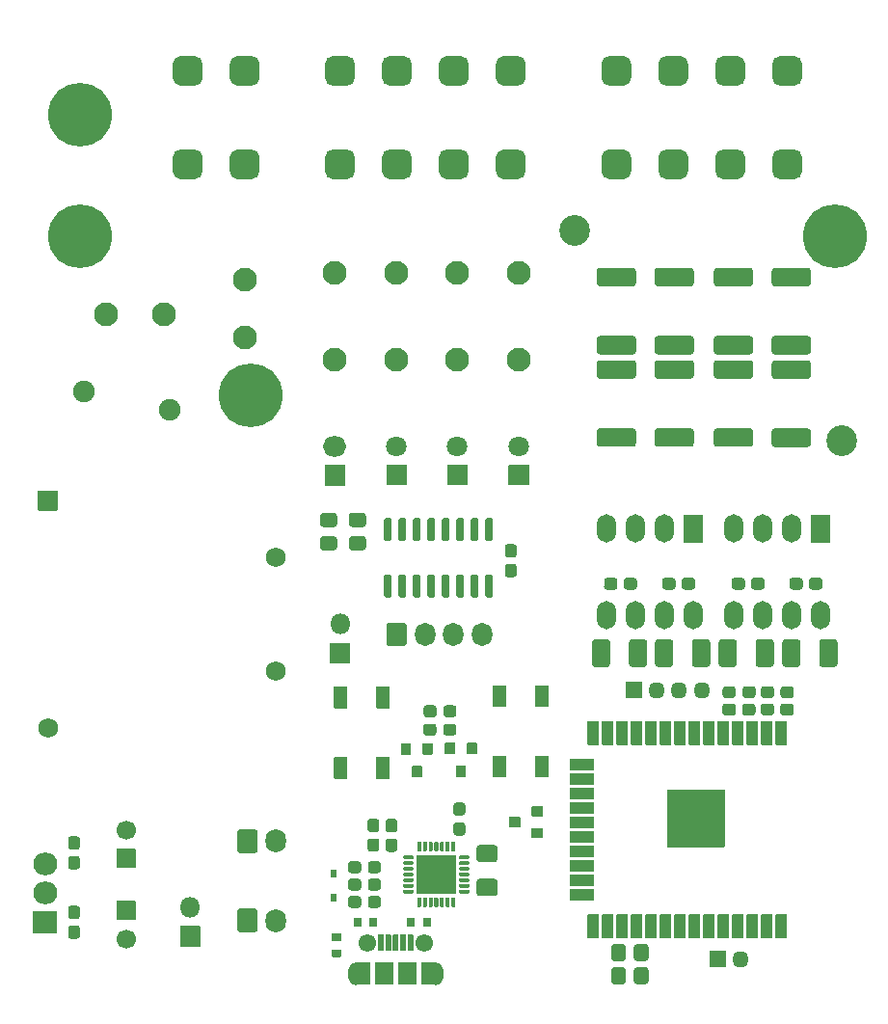
<source format=gbr>
G04 #@! TF.GenerationSoftware,KiCad,Pcbnew,(5.1.12)-1*
G04 #@! TF.CreationDate,2022-01-15T16:32:33-03:00*
G04 #@! TF.ProjectId,hamodule,68616d6f-6475-46c6-952e-6b696361645f,rev?*
G04 #@! TF.SameCoordinates,Original*
G04 #@! TF.FileFunction,Soldermask,Top*
G04 #@! TF.FilePolarity,Negative*
%FSLAX46Y46*%
G04 Gerber Fmt 4.6, Leading zero omitted, Abs format (unit mm)*
G04 Created by KiCad (PCBNEW (5.1.12)-1) date 2022-01-15 16:32:33*
%MOMM*%
%LPD*%
G01*
G04 APERTURE LIST*
%ADD10C,2.700000*%
%ADD11O,1.450000X1.450000*%
%ADD12C,1.550000*%
%ADD13O,1.300000X2.000000*%
%ADD14O,1.800000X2.050000*%
%ADD15O,1.700000X2.500000*%
%ADD16C,5.600000*%
%ADD17O,2.050000X1.800000*%
%ADD18C,2.100000*%
%ADD19C,1.800000*%
%ADD20C,1.700000*%
%ADD21O,2.100000X2.005000*%
%ADD22C,1.750000*%
%ADD23O,1.800000X1.800000*%
%ADD24O,1.800000X2.100000*%
%ADD25C,1.900000*%
G04 APERTURE END LIST*
G36*
G01*
X167376243Y-141795000D02*
X168691157Y-141795000D01*
G75*
G02*
X168958700Y-142062543I0J-267543D01*
G01*
X168958700Y-143052457D01*
G75*
G02*
X168691157Y-143320000I-267543J0D01*
G01*
X167376243Y-143320000D01*
G75*
G02*
X167108700Y-143052457I0J267543D01*
G01*
X167108700Y-142062543D01*
G75*
G02*
X167376243Y-141795000I267543J0D01*
G01*
G37*
G36*
G01*
X167376243Y-138820000D02*
X168691157Y-138820000D01*
G75*
G02*
X168958700Y-139087543I0J-267543D01*
G01*
X168958700Y-140077457D01*
G75*
G02*
X168691157Y-140345000I-267543J0D01*
G01*
X167376243Y-140345000D01*
G75*
G02*
X167108700Y-140077457I0J267543D01*
G01*
X167108700Y-139087543D01*
G75*
G02*
X167376243Y-138820000I267543J0D01*
G01*
G37*
D10*
X175704500Y-84899500D03*
X199174100Y-103289100D03*
G36*
G01*
X164204900Y-127351400D02*
X164204900Y-126826400D01*
G75*
G02*
X164467400Y-126563900I262500J0D01*
G01*
X165092400Y-126563900D01*
G75*
G02*
X165354900Y-126826400I0J-262500D01*
G01*
X165354900Y-127351400D01*
G75*
G02*
X165092400Y-127613900I-262500J0D01*
G01*
X164467400Y-127613900D01*
G75*
G02*
X164204900Y-127351400I0J262500D01*
G01*
G37*
G36*
G01*
X162454900Y-127351400D02*
X162454900Y-126826400D01*
G75*
G02*
X162717400Y-126563900I262500J0D01*
G01*
X163342400Y-126563900D01*
G75*
G02*
X163604900Y-126826400I0J-262500D01*
G01*
X163604900Y-127351400D01*
G75*
G02*
X163342400Y-127613900I-262500J0D01*
G01*
X162717400Y-127613900D01*
G75*
G02*
X162454900Y-127351400I0J262500D01*
G01*
G37*
G36*
G01*
X163582100Y-128438000D02*
X163582100Y-128963000D01*
G75*
G02*
X163319600Y-129225500I-262500J0D01*
G01*
X162694600Y-129225500D01*
G75*
G02*
X162432100Y-128963000I0J262500D01*
G01*
X162432100Y-128438000D01*
G75*
G02*
X162694600Y-128175500I262500J0D01*
G01*
X163319600Y-128175500D01*
G75*
G02*
X163582100Y-128438000I0J-262500D01*
G01*
G37*
G36*
G01*
X165332100Y-128438000D02*
X165332100Y-128963000D01*
G75*
G02*
X165069600Y-129225500I-262500J0D01*
G01*
X164444600Y-129225500D01*
G75*
G02*
X164182100Y-128963000I0J262500D01*
G01*
X164182100Y-128438000D01*
G75*
G02*
X164444600Y-128175500I262500J0D01*
G01*
X165069600Y-128175500D01*
G75*
G02*
X165332100Y-128438000I0J-262500D01*
G01*
G37*
G36*
G01*
X196308500Y-116150000D02*
X196308500Y-115625000D01*
G75*
G02*
X196571000Y-115362500I262500J0D01*
G01*
X197221000Y-115362500D01*
G75*
G02*
X197483500Y-115625000I0J-262500D01*
G01*
X197483500Y-116150000D01*
G75*
G02*
X197221000Y-116412500I-262500J0D01*
G01*
X196571000Y-116412500D01*
G75*
G02*
X196308500Y-116150000I0J262500D01*
G01*
G37*
G36*
G01*
X194583500Y-116150000D02*
X194583500Y-115625000D01*
G75*
G02*
X194846000Y-115362500I262500J0D01*
G01*
X195496000Y-115362500D01*
G75*
G02*
X195758500Y-115625000I0J-262500D01*
G01*
X195758500Y-116150000D01*
G75*
G02*
X195496000Y-116412500I-262500J0D01*
G01*
X194846000Y-116412500D01*
G75*
G02*
X194583500Y-116150000I0J262500D01*
G01*
G37*
G36*
G01*
X190678500Y-115625000D02*
X190678500Y-116150000D01*
G75*
G02*
X190416000Y-116412500I-262500J0D01*
G01*
X189766000Y-116412500D01*
G75*
G02*
X189503500Y-116150000I0J262500D01*
G01*
X189503500Y-115625000D01*
G75*
G02*
X189766000Y-115362500I262500J0D01*
G01*
X190416000Y-115362500D01*
G75*
G02*
X190678500Y-115625000I0J-262500D01*
G01*
G37*
G36*
G01*
X192403500Y-115625000D02*
X192403500Y-116150000D01*
G75*
G02*
X192141000Y-116412500I-262500J0D01*
G01*
X191491000Y-116412500D01*
G75*
G02*
X191228500Y-116150000I0J262500D01*
G01*
X191228500Y-115625000D01*
G75*
G02*
X191491000Y-115362500I262500J0D01*
G01*
X192141000Y-115362500D01*
G75*
G02*
X192403500Y-115625000I0J-262500D01*
G01*
G37*
G36*
G01*
X185132500Y-116150000D02*
X185132500Y-115625000D01*
G75*
G02*
X185395000Y-115362500I262500J0D01*
G01*
X186045000Y-115362500D01*
G75*
G02*
X186307500Y-115625000I0J-262500D01*
G01*
X186307500Y-116150000D01*
G75*
G02*
X186045000Y-116412500I-262500J0D01*
G01*
X185395000Y-116412500D01*
G75*
G02*
X185132500Y-116150000I0J262500D01*
G01*
G37*
G36*
G01*
X183407500Y-116150000D02*
X183407500Y-115625000D01*
G75*
G02*
X183670000Y-115362500I262500J0D01*
G01*
X184320000Y-115362500D01*
G75*
G02*
X184582500Y-115625000I0J-262500D01*
G01*
X184582500Y-116150000D01*
G75*
G02*
X184320000Y-116412500I-262500J0D01*
G01*
X183670000Y-116412500D01*
G75*
G02*
X183407500Y-116150000I0J262500D01*
G01*
G37*
G36*
G01*
X179484500Y-115625000D02*
X179484500Y-116150000D01*
G75*
G02*
X179222000Y-116412500I-262500J0D01*
G01*
X178572000Y-116412500D01*
G75*
G02*
X178309500Y-116150000I0J262500D01*
G01*
X178309500Y-115625000D01*
G75*
G02*
X178572000Y-115362500I262500J0D01*
G01*
X179222000Y-115362500D01*
G75*
G02*
X179484500Y-115625000I0J-262500D01*
G01*
G37*
G36*
G01*
X181209500Y-115625000D02*
X181209500Y-116150000D01*
G75*
G02*
X180947000Y-116412500I-262500J0D01*
G01*
X180297000Y-116412500D01*
G75*
G02*
X180034500Y-116150000I0J262500D01*
G01*
X180034500Y-115625000D01*
G75*
G02*
X180297000Y-115362500I262500J0D01*
G01*
X180947000Y-115362500D01*
G75*
G02*
X181209500Y-115625000I0J-262500D01*
G01*
G37*
G36*
G01*
X131500000Y-145889500D02*
X132025000Y-145889500D01*
G75*
G02*
X132287500Y-146152000I0J-262500D01*
G01*
X132287500Y-146802000D01*
G75*
G02*
X132025000Y-147064500I-262500J0D01*
G01*
X131500000Y-147064500D01*
G75*
G02*
X131237500Y-146802000I0J262500D01*
G01*
X131237500Y-146152000D01*
G75*
G02*
X131500000Y-145889500I262500J0D01*
G01*
G37*
G36*
G01*
X131500000Y-144164500D02*
X132025000Y-144164500D01*
G75*
G02*
X132287500Y-144427000I0J-262500D01*
G01*
X132287500Y-145077000D01*
G75*
G02*
X132025000Y-145339500I-262500J0D01*
G01*
X131500000Y-145339500D01*
G75*
G02*
X131237500Y-145077000I0J262500D01*
G01*
X131237500Y-144427000D01*
G75*
G02*
X131500000Y-144164500I262500J0D01*
G01*
G37*
G36*
G01*
X132025000Y-139243500D02*
X131500000Y-139243500D01*
G75*
G02*
X131237500Y-138981000I0J262500D01*
G01*
X131237500Y-138331000D01*
G75*
G02*
X131500000Y-138068500I262500J0D01*
G01*
X132025000Y-138068500D01*
G75*
G02*
X132287500Y-138331000I0J-262500D01*
G01*
X132287500Y-138981000D01*
G75*
G02*
X132025000Y-139243500I-262500J0D01*
G01*
G37*
G36*
G01*
X132025000Y-140968500D02*
X131500000Y-140968500D01*
G75*
G02*
X131237500Y-140706000I0J262500D01*
G01*
X131237500Y-140056000D01*
G75*
G02*
X131500000Y-139793500I262500J0D01*
G01*
X132025000Y-139793500D01*
G75*
G02*
X132287500Y-140056000I0J-262500D01*
G01*
X132287500Y-140706000D01*
G75*
G02*
X132025000Y-140968500I-262500J0D01*
G01*
G37*
G36*
G01*
X169854000Y-114139500D02*
X170379000Y-114139500D01*
G75*
G02*
X170641500Y-114402000I0J-262500D01*
G01*
X170641500Y-115052000D01*
G75*
G02*
X170379000Y-115314500I-262500J0D01*
G01*
X169854000Y-115314500D01*
G75*
G02*
X169591500Y-115052000I0J262500D01*
G01*
X169591500Y-114402000D01*
G75*
G02*
X169854000Y-114139500I262500J0D01*
G01*
G37*
G36*
G01*
X169854000Y-112414500D02*
X170379000Y-112414500D01*
G75*
G02*
X170641500Y-112677000I0J-262500D01*
G01*
X170641500Y-113327000D01*
G75*
G02*
X170379000Y-113589500I-262500J0D01*
G01*
X169854000Y-113589500D01*
G75*
G02*
X169591500Y-113327000I0J262500D01*
G01*
X169591500Y-112677000D01*
G75*
G02*
X169854000Y-112414500I262500J0D01*
G01*
G37*
G36*
G01*
X189881000Y-126674000D02*
X189881000Y-127199000D01*
G75*
G02*
X189618500Y-127461500I-262500J0D01*
G01*
X188968500Y-127461500D01*
G75*
G02*
X188706000Y-127199000I0J262500D01*
G01*
X188706000Y-126674000D01*
G75*
G02*
X188968500Y-126411500I262500J0D01*
G01*
X189618500Y-126411500D01*
G75*
G02*
X189881000Y-126674000I0J-262500D01*
G01*
G37*
G36*
G01*
X191606000Y-126674000D02*
X191606000Y-127199000D01*
G75*
G02*
X191343500Y-127461500I-262500J0D01*
G01*
X190693500Y-127461500D01*
G75*
G02*
X190431000Y-127199000I0J262500D01*
G01*
X190431000Y-126674000D01*
G75*
G02*
X190693500Y-126411500I262500J0D01*
G01*
X191343500Y-126411500D01*
G75*
G02*
X191606000Y-126674000I0J-262500D01*
G01*
G37*
G36*
G01*
X193786000Y-127199000D02*
X193786000Y-126674000D01*
G75*
G02*
X194048500Y-126411500I262500J0D01*
G01*
X194698500Y-126411500D01*
G75*
G02*
X194961000Y-126674000I0J-262500D01*
G01*
X194961000Y-127199000D01*
G75*
G02*
X194698500Y-127461500I-262500J0D01*
G01*
X194048500Y-127461500D01*
G75*
G02*
X193786000Y-127199000I0J262500D01*
G01*
G37*
G36*
G01*
X192061000Y-127199000D02*
X192061000Y-126674000D01*
G75*
G02*
X192323500Y-126411500I262500J0D01*
G01*
X192973500Y-126411500D01*
G75*
G02*
X193236000Y-126674000I0J-262500D01*
G01*
X193236000Y-127199000D01*
G75*
G02*
X192973500Y-127461500I-262500J0D01*
G01*
X192323500Y-127461500D01*
G75*
G02*
X192061000Y-127199000I0J262500D01*
G01*
G37*
G36*
G01*
X158314000Y-137698900D02*
X157789000Y-137698900D01*
G75*
G02*
X157526500Y-137436400I0J262500D01*
G01*
X157526500Y-136786400D01*
G75*
G02*
X157789000Y-136523900I262500J0D01*
G01*
X158314000Y-136523900D01*
G75*
G02*
X158576500Y-136786400I0J-262500D01*
G01*
X158576500Y-137436400D01*
G75*
G02*
X158314000Y-137698900I-262500J0D01*
G01*
G37*
G36*
G01*
X158314000Y-139423900D02*
X157789000Y-139423900D01*
G75*
G02*
X157526500Y-139161400I0J262500D01*
G01*
X157526500Y-138511400D01*
G75*
G02*
X157789000Y-138248900I262500J0D01*
G01*
X158314000Y-138248900D01*
G75*
G02*
X158576500Y-138511400I0J-262500D01*
G01*
X158576500Y-139161400D01*
G75*
G02*
X158314000Y-139423900I-262500J0D01*
G01*
G37*
G36*
G01*
X161901000Y-139689500D02*
X165251000Y-139689500D01*
G75*
G02*
X165301000Y-139739500I0J-50000D01*
G01*
X165301000Y-143089500D01*
G75*
G02*
X165251000Y-143139500I-50000J0D01*
G01*
X161901000Y-143139500D01*
G75*
G02*
X161851000Y-143089500I0J50000D01*
G01*
X161851000Y-139739500D01*
G75*
G02*
X161901000Y-139689500I50000J0D01*
G01*
G37*
G36*
G01*
X165663500Y-139739500D02*
X166388500Y-139739500D01*
G75*
G02*
X166476000Y-139827000I0J-87500D01*
G01*
X166476000Y-140002000D01*
G75*
G02*
X166388500Y-140089500I-87500J0D01*
G01*
X165663500Y-140089500D01*
G75*
G02*
X165576000Y-140002000I0J87500D01*
G01*
X165576000Y-139827000D01*
G75*
G02*
X165663500Y-139739500I87500J0D01*
G01*
G37*
G36*
G01*
X165663500Y-140239500D02*
X166388500Y-140239500D01*
G75*
G02*
X166476000Y-140327000I0J-87500D01*
G01*
X166476000Y-140502000D01*
G75*
G02*
X166388500Y-140589500I-87500J0D01*
G01*
X165663500Y-140589500D01*
G75*
G02*
X165576000Y-140502000I0J87500D01*
G01*
X165576000Y-140327000D01*
G75*
G02*
X165663500Y-140239500I87500J0D01*
G01*
G37*
G36*
G01*
X165663500Y-140739500D02*
X166388500Y-140739500D01*
G75*
G02*
X166476000Y-140827000I0J-87500D01*
G01*
X166476000Y-141002000D01*
G75*
G02*
X166388500Y-141089500I-87500J0D01*
G01*
X165663500Y-141089500D01*
G75*
G02*
X165576000Y-141002000I0J87500D01*
G01*
X165576000Y-140827000D01*
G75*
G02*
X165663500Y-140739500I87500J0D01*
G01*
G37*
G36*
G01*
X165663500Y-141239500D02*
X166388500Y-141239500D01*
G75*
G02*
X166476000Y-141327000I0J-87500D01*
G01*
X166476000Y-141502000D01*
G75*
G02*
X166388500Y-141589500I-87500J0D01*
G01*
X165663500Y-141589500D01*
G75*
G02*
X165576000Y-141502000I0J87500D01*
G01*
X165576000Y-141327000D01*
G75*
G02*
X165663500Y-141239500I87500J0D01*
G01*
G37*
G36*
G01*
X165663500Y-141739500D02*
X166388500Y-141739500D01*
G75*
G02*
X166476000Y-141827000I0J-87500D01*
G01*
X166476000Y-142002000D01*
G75*
G02*
X166388500Y-142089500I-87500J0D01*
G01*
X165663500Y-142089500D01*
G75*
G02*
X165576000Y-142002000I0J87500D01*
G01*
X165576000Y-141827000D01*
G75*
G02*
X165663500Y-141739500I87500J0D01*
G01*
G37*
G36*
G01*
X165663500Y-142239500D02*
X166388500Y-142239500D01*
G75*
G02*
X166476000Y-142327000I0J-87500D01*
G01*
X166476000Y-142502000D01*
G75*
G02*
X166388500Y-142589500I-87500J0D01*
G01*
X165663500Y-142589500D01*
G75*
G02*
X165576000Y-142502000I0J87500D01*
G01*
X165576000Y-142327000D01*
G75*
G02*
X165663500Y-142239500I87500J0D01*
G01*
G37*
G36*
G01*
X165663500Y-142739500D02*
X166388500Y-142739500D01*
G75*
G02*
X166476000Y-142827000I0J-87500D01*
G01*
X166476000Y-143002000D01*
G75*
G02*
X166388500Y-143089500I-87500J0D01*
G01*
X165663500Y-143089500D01*
G75*
G02*
X165576000Y-143002000I0J87500D01*
G01*
X165576000Y-142827000D01*
G75*
G02*
X165663500Y-142739500I87500J0D01*
G01*
G37*
G36*
G01*
X164988500Y-143414500D02*
X165163500Y-143414500D01*
G75*
G02*
X165251000Y-143502000I0J-87500D01*
G01*
X165251000Y-144227000D01*
G75*
G02*
X165163500Y-144314500I-87500J0D01*
G01*
X164988500Y-144314500D01*
G75*
G02*
X164901000Y-144227000I0J87500D01*
G01*
X164901000Y-143502000D01*
G75*
G02*
X164988500Y-143414500I87500J0D01*
G01*
G37*
G36*
G01*
X164488500Y-143414500D02*
X164663500Y-143414500D01*
G75*
G02*
X164751000Y-143502000I0J-87500D01*
G01*
X164751000Y-144227000D01*
G75*
G02*
X164663500Y-144314500I-87500J0D01*
G01*
X164488500Y-144314500D01*
G75*
G02*
X164401000Y-144227000I0J87500D01*
G01*
X164401000Y-143502000D01*
G75*
G02*
X164488500Y-143414500I87500J0D01*
G01*
G37*
G36*
G01*
X163988500Y-143414500D02*
X164163500Y-143414500D01*
G75*
G02*
X164251000Y-143502000I0J-87500D01*
G01*
X164251000Y-144227000D01*
G75*
G02*
X164163500Y-144314500I-87500J0D01*
G01*
X163988500Y-144314500D01*
G75*
G02*
X163901000Y-144227000I0J87500D01*
G01*
X163901000Y-143502000D01*
G75*
G02*
X163988500Y-143414500I87500J0D01*
G01*
G37*
G36*
G01*
X163488500Y-143414500D02*
X163663500Y-143414500D01*
G75*
G02*
X163751000Y-143502000I0J-87500D01*
G01*
X163751000Y-144227000D01*
G75*
G02*
X163663500Y-144314500I-87500J0D01*
G01*
X163488500Y-144314500D01*
G75*
G02*
X163401000Y-144227000I0J87500D01*
G01*
X163401000Y-143502000D01*
G75*
G02*
X163488500Y-143414500I87500J0D01*
G01*
G37*
G36*
G01*
X162988500Y-143414500D02*
X163163500Y-143414500D01*
G75*
G02*
X163251000Y-143502000I0J-87500D01*
G01*
X163251000Y-144227000D01*
G75*
G02*
X163163500Y-144314500I-87500J0D01*
G01*
X162988500Y-144314500D01*
G75*
G02*
X162901000Y-144227000I0J87500D01*
G01*
X162901000Y-143502000D01*
G75*
G02*
X162988500Y-143414500I87500J0D01*
G01*
G37*
G36*
G01*
X162488500Y-143414500D02*
X162663500Y-143414500D01*
G75*
G02*
X162751000Y-143502000I0J-87500D01*
G01*
X162751000Y-144227000D01*
G75*
G02*
X162663500Y-144314500I-87500J0D01*
G01*
X162488500Y-144314500D01*
G75*
G02*
X162401000Y-144227000I0J87500D01*
G01*
X162401000Y-143502000D01*
G75*
G02*
X162488500Y-143414500I87500J0D01*
G01*
G37*
G36*
G01*
X161988500Y-143414500D02*
X162163500Y-143414500D01*
G75*
G02*
X162251000Y-143502000I0J-87500D01*
G01*
X162251000Y-144227000D01*
G75*
G02*
X162163500Y-144314500I-87500J0D01*
G01*
X161988500Y-144314500D01*
G75*
G02*
X161901000Y-144227000I0J87500D01*
G01*
X161901000Y-143502000D01*
G75*
G02*
X161988500Y-143414500I87500J0D01*
G01*
G37*
G36*
G01*
X160763500Y-142739500D02*
X161488500Y-142739500D01*
G75*
G02*
X161576000Y-142827000I0J-87500D01*
G01*
X161576000Y-143002000D01*
G75*
G02*
X161488500Y-143089500I-87500J0D01*
G01*
X160763500Y-143089500D01*
G75*
G02*
X160676000Y-143002000I0J87500D01*
G01*
X160676000Y-142827000D01*
G75*
G02*
X160763500Y-142739500I87500J0D01*
G01*
G37*
G36*
G01*
X160763500Y-142239500D02*
X161488500Y-142239500D01*
G75*
G02*
X161576000Y-142327000I0J-87500D01*
G01*
X161576000Y-142502000D01*
G75*
G02*
X161488500Y-142589500I-87500J0D01*
G01*
X160763500Y-142589500D01*
G75*
G02*
X160676000Y-142502000I0J87500D01*
G01*
X160676000Y-142327000D01*
G75*
G02*
X160763500Y-142239500I87500J0D01*
G01*
G37*
G36*
G01*
X160763500Y-141739500D02*
X161488500Y-141739500D01*
G75*
G02*
X161576000Y-141827000I0J-87500D01*
G01*
X161576000Y-142002000D01*
G75*
G02*
X161488500Y-142089500I-87500J0D01*
G01*
X160763500Y-142089500D01*
G75*
G02*
X160676000Y-142002000I0J87500D01*
G01*
X160676000Y-141827000D01*
G75*
G02*
X160763500Y-141739500I87500J0D01*
G01*
G37*
G36*
G01*
X160763500Y-141239500D02*
X161488500Y-141239500D01*
G75*
G02*
X161576000Y-141327000I0J-87500D01*
G01*
X161576000Y-141502000D01*
G75*
G02*
X161488500Y-141589500I-87500J0D01*
G01*
X160763500Y-141589500D01*
G75*
G02*
X160676000Y-141502000I0J87500D01*
G01*
X160676000Y-141327000D01*
G75*
G02*
X160763500Y-141239500I87500J0D01*
G01*
G37*
G36*
G01*
X160763500Y-140739500D02*
X161488500Y-140739500D01*
G75*
G02*
X161576000Y-140827000I0J-87500D01*
G01*
X161576000Y-141002000D01*
G75*
G02*
X161488500Y-141089500I-87500J0D01*
G01*
X160763500Y-141089500D01*
G75*
G02*
X160676000Y-141002000I0J87500D01*
G01*
X160676000Y-140827000D01*
G75*
G02*
X160763500Y-140739500I87500J0D01*
G01*
G37*
G36*
G01*
X160763500Y-140239500D02*
X161488500Y-140239500D01*
G75*
G02*
X161576000Y-140327000I0J-87500D01*
G01*
X161576000Y-140502000D01*
G75*
G02*
X161488500Y-140589500I-87500J0D01*
G01*
X160763500Y-140589500D01*
G75*
G02*
X160676000Y-140502000I0J87500D01*
G01*
X160676000Y-140327000D01*
G75*
G02*
X160763500Y-140239500I87500J0D01*
G01*
G37*
G36*
G01*
X160763500Y-139739500D02*
X161488500Y-139739500D01*
G75*
G02*
X161576000Y-139827000I0J-87500D01*
G01*
X161576000Y-140002000D01*
G75*
G02*
X161488500Y-140089500I-87500J0D01*
G01*
X160763500Y-140089500D01*
G75*
G02*
X160676000Y-140002000I0J87500D01*
G01*
X160676000Y-139827000D01*
G75*
G02*
X160763500Y-139739500I87500J0D01*
G01*
G37*
G36*
G01*
X161988500Y-138514500D02*
X162163500Y-138514500D01*
G75*
G02*
X162251000Y-138602000I0J-87500D01*
G01*
X162251000Y-139327000D01*
G75*
G02*
X162163500Y-139414500I-87500J0D01*
G01*
X161988500Y-139414500D01*
G75*
G02*
X161901000Y-139327000I0J87500D01*
G01*
X161901000Y-138602000D01*
G75*
G02*
X161988500Y-138514500I87500J0D01*
G01*
G37*
G36*
G01*
X162488500Y-138514500D02*
X162663500Y-138514500D01*
G75*
G02*
X162751000Y-138602000I0J-87500D01*
G01*
X162751000Y-139327000D01*
G75*
G02*
X162663500Y-139414500I-87500J0D01*
G01*
X162488500Y-139414500D01*
G75*
G02*
X162401000Y-139327000I0J87500D01*
G01*
X162401000Y-138602000D01*
G75*
G02*
X162488500Y-138514500I87500J0D01*
G01*
G37*
G36*
G01*
X162988500Y-138514500D02*
X163163500Y-138514500D01*
G75*
G02*
X163251000Y-138602000I0J-87500D01*
G01*
X163251000Y-139327000D01*
G75*
G02*
X163163500Y-139414500I-87500J0D01*
G01*
X162988500Y-139414500D01*
G75*
G02*
X162901000Y-139327000I0J87500D01*
G01*
X162901000Y-138602000D01*
G75*
G02*
X162988500Y-138514500I87500J0D01*
G01*
G37*
G36*
G01*
X163488500Y-138514500D02*
X163663500Y-138514500D01*
G75*
G02*
X163751000Y-138602000I0J-87500D01*
G01*
X163751000Y-139327000D01*
G75*
G02*
X163663500Y-139414500I-87500J0D01*
G01*
X163488500Y-139414500D01*
G75*
G02*
X163401000Y-139327000I0J87500D01*
G01*
X163401000Y-138602000D01*
G75*
G02*
X163488500Y-138514500I87500J0D01*
G01*
G37*
G36*
G01*
X163988500Y-138514500D02*
X164163500Y-138514500D01*
G75*
G02*
X164251000Y-138602000I0J-87500D01*
G01*
X164251000Y-139327000D01*
G75*
G02*
X164163500Y-139414500I-87500J0D01*
G01*
X163988500Y-139414500D01*
G75*
G02*
X163901000Y-139327000I0J87500D01*
G01*
X163901000Y-138602000D01*
G75*
G02*
X163988500Y-138514500I87500J0D01*
G01*
G37*
G36*
G01*
X164488500Y-138514500D02*
X164663500Y-138514500D01*
G75*
G02*
X164751000Y-138602000I0J-87500D01*
G01*
X164751000Y-139327000D01*
G75*
G02*
X164663500Y-139414500I-87500J0D01*
G01*
X164488500Y-139414500D01*
G75*
G02*
X164401000Y-139327000I0J87500D01*
G01*
X164401000Y-138602000D01*
G75*
G02*
X164488500Y-138514500I87500J0D01*
G01*
G37*
G36*
G01*
X164988500Y-138514500D02*
X165163500Y-138514500D01*
G75*
G02*
X165251000Y-138602000I0J-87500D01*
G01*
X165251000Y-139327000D01*
G75*
G02*
X165163500Y-139414500I-87500J0D01*
G01*
X164988500Y-139414500D01*
G75*
G02*
X164901000Y-139327000I0J87500D01*
G01*
X164901000Y-138602000D01*
G75*
G02*
X164988500Y-138514500I87500J0D01*
G01*
G37*
G36*
G01*
X180228000Y-147793332D02*
X180228000Y-148751668D01*
G75*
G02*
X179957168Y-149022500I-270832J0D01*
G01*
X179198832Y-149022500D01*
G75*
G02*
X178928000Y-148751668I0J270832D01*
G01*
X178928000Y-147793332D01*
G75*
G02*
X179198832Y-147522500I270832J0D01*
G01*
X179957168Y-147522500D01*
G75*
G02*
X180228000Y-147793332I0J-270832D01*
G01*
G37*
G36*
G01*
X182228000Y-147793332D02*
X182228000Y-148751668D01*
G75*
G02*
X181957168Y-149022500I-270832J0D01*
G01*
X181198832Y-149022500D01*
G75*
G02*
X180928000Y-148751668I0J270832D01*
G01*
X180928000Y-147793332D01*
G75*
G02*
X181198832Y-147522500I270832J0D01*
G01*
X181957168Y-147522500D01*
G75*
G02*
X182228000Y-147793332I0J-270832D01*
G01*
G37*
G36*
G01*
X180228000Y-149825332D02*
X180228000Y-150783668D01*
G75*
G02*
X179957168Y-151054500I-270832J0D01*
G01*
X179198832Y-151054500D01*
G75*
G02*
X178928000Y-150783668I0J270832D01*
G01*
X178928000Y-149825332D01*
G75*
G02*
X179198832Y-149554500I270832J0D01*
G01*
X179957168Y-149554500D01*
G75*
G02*
X180228000Y-149825332I0J-270832D01*
G01*
G37*
G36*
G01*
X182228000Y-149825332D02*
X182228000Y-150783668D01*
G75*
G02*
X181957168Y-151054500I-270832J0D01*
G01*
X181198832Y-151054500D01*
G75*
G02*
X180928000Y-150783668I0J270832D01*
G01*
X180928000Y-149825332D01*
G75*
G02*
X181198832Y-149554500I270832J0D01*
G01*
X181957168Y-149554500D01*
G75*
G02*
X182228000Y-149825332I0J-270832D01*
G01*
G37*
G36*
G01*
X177928892Y-102236000D02*
X180846108Y-102236000D01*
G75*
G02*
X181112500Y-102502392I0J-266392D01*
G01*
X181112500Y-103594608D01*
G75*
G02*
X180846108Y-103861000I-266392J0D01*
G01*
X177928892Y-103861000D01*
G75*
G02*
X177662500Y-103594608I0J266392D01*
G01*
X177662500Y-102502392D01*
G75*
G02*
X177928892Y-102236000I266392J0D01*
G01*
G37*
G36*
G01*
X177928892Y-96261000D02*
X180846108Y-96261000D01*
G75*
G02*
X181112500Y-96527392I0J-266392D01*
G01*
X181112500Y-97619608D01*
G75*
G02*
X180846108Y-97886000I-266392J0D01*
G01*
X177928892Y-97886000D01*
G75*
G02*
X177662500Y-97619608I0J266392D01*
G01*
X177662500Y-96527392D01*
G75*
G02*
X177928892Y-96261000I266392J0D01*
G01*
G37*
G36*
G01*
X154334000Y-143096500D02*
X154784000Y-143096500D01*
G75*
G02*
X154834000Y-143146500I0J-50000D01*
G01*
X154834000Y-143746500D01*
G75*
G02*
X154784000Y-143796500I-50000J0D01*
G01*
X154334000Y-143796500D01*
G75*
G02*
X154284000Y-143746500I0J50000D01*
G01*
X154284000Y-143146500D01*
G75*
G02*
X154334000Y-143096500I50000J0D01*
G01*
G37*
G36*
G01*
X154334000Y-140996500D02*
X154784000Y-140996500D01*
G75*
G02*
X154834000Y-141046500I0J-50000D01*
G01*
X154834000Y-141646500D01*
G75*
G02*
X154784000Y-141696500I-50000J0D01*
G01*
X154334000Y-141696500D01*
G75*
G02*
X154284000Y-141646500I0J50000D01*
G01*
X154284000Y-141046500D01*
G75*
G02*
X154334000Y-140996500I50000J0D01*
G01*
G37*
G36*
G01*
X165332800Y-136851700D02*
X165857800Y-136851700D01*
G75*
G02*
X166120300Y-137114200I0J-262500D01*
G01*
X166120300Y-137739200D01*
G75*
G02*
X165857800Y-138001700I-262500J0D01*
G01*
X165332800Y-138001700D01*
G75*
G02*
X165070300Y-137739200I0J262500D01*
G01*
X165070300Y-137114200D01*
G75*
G02*
X165332800Y-136851700I262500J0D01*
G01*
G37*
G36*
G01*
X165332800Y-135101700D02*
X165857800Y-135101700D01*
G75*
G02*
X166120300Y-135364200I0J-262500D01*
G01*
X166120300Y-135989200D01*
G75*
G02*
X165857800Y-136251700I-262500J0D01*
G01*
X165332800Y-136251700D01*
G75*
G02*
X165070300Y-135989200I0J262500D01*
G01*
X165070300Y-135364200D01*
G75*
G02*
X165332800Y-135101700I262500J0D01*
G01*
G37*
G36*
G01*
X156975500Y-142041000D02*
X156975500Y-142566000D01*
G75*
G02*
X156713000Y-142828500I-262500J0D01*
G01*
X156088000Y-142828500D01*
G75*
G02*
X155825500Y-142566000I0J262500D01*
G01*
X155825500Y-142041000D01*
G75*
G02*
X156088000Y-141778500I262500J0D01*
G01*
X156713000Y-141778500D01*
G75*
G02*
X156975500Y-142041000I0J-262500D01*
G01*
G37*
G36*
G01*
X158725500Y-142041000D02*
X158725500Y-142566000D01*
G75*
G02*
X158463000Y-142828500I-262500J0D01*
G01*
X157838000Y-142828500D01*
G75*
G02*
X157575500Y-142566000I0J262500D01*
G01*
X157575500Y-142041000D01*
G75*
G02*
X157838000Y-141778500I262500J0D01*
G01*
X158463000Y-141778500D01*
G75*
G02*
X158725500Y-142041000I0J-262500D01*
G01*
G37*
G36*
G01*
X157575500Y-141042000D02*
X157575500Y-140517000D01*
G75*
G02*
X157838000Y-140254500I262500J0D01*
G01*
X158463000Y-140254500D01*
G75*
G02*
X158725500Y-140517000I0J-262500D01*
G01*
X158725500Y-141042000D01*
G75*
G02*
X158463000Y-141304500I-262500J0D01*
G01*
X157838000Y-141304500D01*
G75*
G02*
X157575500Y-141042000I0J262500D01*
G01*
G37*
G36*
G01*
X155825500Y-141042000D02*
X155825500Y-140517000D01*
G75*
G02*
X156088000Y-140254500I262500J0D01*
G01*
X156713000Y-140254500D01*
G75*
G02*
X156975500Y-140517000I0J-262500D01*
G01*
X156975500Y-141042000D01*
G75*
G02*
X156713000Y-141304500I-262500J0D01*
G01*
X156088000Y-141304500D01*
G75*
G02*
X155825500Y-141042000I0J262500D01*
G01*
G37*
G36*
G01*
X156975500Y-143565000D02*
X156975500Y-144090000D01*
G75*
G02*
X156713000Y-144352500I-262500J0D01*
G01*
X156088000Y-144352500D01*
G75*
G02*
X155825500Y-144090000I0J262500D01*
G01*
X155825500Y-143565000D01*
G75*
G02*
X156088000Y-143302500I262500J0D01*
G01*
X156713000Y-143302500D01*
G75*
G02*
X156975500Y-143565000I0J-262500D01*
G01*
G37*
G36*
G01*
X158725500Y-143565000D02*
X158725500Y-144090000D01*
G75*
G02*
X158463000Y-144352500I-262500J0D01*
G01*
X157838000Y-144352500D01*
G75*
G02*
X157575500Y-144090000I0J262500D01*
G01*
X157575500Y-143565000D01*
G75*
G02*
X157838000Y-143302500I262500J0D01*
G01*
X158463000Y-143302500D01*
G75*
G02*
X158725500Y-143565000I0J-262500D01*
G01*
G37*
G36*
G01*
X170953300Y-136432300D02*
X170953300Y-137232300D01*
G75*
G02*
X170903300Y-137282300I-50000J0D01*
G01*
X170003300Y-137282300D01*
G75*
G02*
X169953300Y-137232300I0J50000D01*
G01*
X169953300Y-136432300D01*
G75*
G02*
X170003300Y-136382300I50000J0D01*
G01*
X170903300Y-136382300D01*
G75*
G02*
X170953300Y-136432300I0J-50000D01*
G01*
G37*
G36*
G01*
X172953300Y-135482300D02*
X172953300Y-136282300D01*
G75*
G02*
X172903300Y-136332300I-50000J0D01*
G01*
X172003300Y-136332300D01*
G75*
G02*
X171953300Y-136282300I0J50000D01*
G01*
X171953300Y-135482300D01*
G75*
G02*
X172003300Y-135432300I50000J0D01*
G01*
X172903300Y-135432300D01*
G75*
G02*
X172953300Y-135482300I0J-50000D01*
G01*
G37*
G36*
G01*
X172953300Y-137382300D02*
X172953300Y-138182300D01*
G75*
G02*
X172903300Y-138232300I-50000J0D01*
G01*
X172003300Y-138232300D01*
G75*
G02*
X171953300Y-138182300I0J50000D01*
G01*
X171953300Y-137382300D01*
G75*
G02*
X172003300Y-137332300I50000J0D01*
G01*
X172903300Y-137332300D01*
G75*
G02*
X172953300Y-137382300I0J-50000D01*
G01*
G37*
D11*
X190277500Y-148844000D03*
G36*
G01*
X188952500Y-149569000D02*
X187602500Y-149569000D01*
G75*
G02*
X187552500Y-149519000I0J50000D01*
G01*
X187552500Y-148169000D01*
G75*
G02*
X187602500Y-148119000I50000J0D01*
G01*
X188952500Y-148119000D01*
G75*
G02*
X189002500Y-148169000I0J-50000D01*
G01*
X189002500Y-149519000D01*
G75*
G02*
X188952500Y-149569000I-50000J0D01*
G01*
G37*
G36*
G01*
X181586500Y-125947000D02*
X180236500Y-125947000D01*
G75*
G02*
X180186500Y-125897000I0J50000D01*
G01*
X180186500Y-124547000D01*
G75*
G02*
X180236500Y-124497000I50000J0D01*
G01*
X181586500Y-124497000D01*
G75*
G02*
X181636500Y-124547000I0J-50000D01*
G01*
X181636500Y-125897000D01*
G75*
G02*
X181586500Y-125947000I-50000J0D01*
G01*
G37*
X182911500Y-125222000D03*
X184911500Y-125222000D03*
X186911500Y-125222000D03*
G36*
G01*
X159901500Y-137709400D02*
X159376500Y-137709400D01*
G75*
G02*
X159114000Y-137446900I0J262500D01*
G01*
X159114000Y-136796900D01*
G75*
G02*
X159376500Y-136534400I262500J0D01*
G01*
X159901500Y-136534400D01*
G75*
G02*
X160164000Y-136796900I0J-262500D01*
G01*
X160164000Y-137446900D01*
G75*
G02*
X159901500Y-137709400I-262500J0D01*
G01*
G37*
G36*
G01*
X159901500Y-139434400D02*
X159376500Y-139434400D01*
G75*
G02*
X159114000Y-139171900I0J262500D01*
G01*
X159114000Y-138521900D01*
G75*
G02*
X159376500Y-138259400I262500J0D01*
G01*
X159901500Y-138259400D01*
G75*
G02*
X160164000Y-138521900I0J-262500D01*
G01*
X160164000Y-139171900D01*
G75*
G02*
X159901500Y-139434400I-262500J0D01*
G01*
G37*
G36*
G01*
X160205000Y-151064000D02*
X160205000Y-149164000D01*
G75*
G02*
X160255000Y-149114000I50000J0D01*
G01*
X161755000Y-149114000D01*
G75*
G02*
X161805000Y-149164000I0J-50000D01*
G01*
X161805000Y-151064000D01*
G75*
G02*
X161755000Y-151114000I-50000J0D01*
G01*
X160255000Y-151114000D01*
G75*
G02*
X160205000Y-151064000I0J50000D01*
G01*
G37*
D12*
X157505000Y-147414000D03*
G36*
G01*
X159105000Y-148089000D02*
X159105000Y-146739000D01*
G75*
G02*
X159155000Y-146689000I50000J0D01*
G01*
X159555000Y-146689000D01*
G75*
G02*
X159605000Y-146739000I0J-50000D01*
G01*
X159605000Y-148089000D01*
G75*
G02*
X159555000Y-148139000I-50000J0D01*
G01*
X159155000Y-148139000D01*
G75*
G02*
X159105000Y-148089000I0J50000D01*
G01*
G37*
G36*
G01*
X158455000Y-148089000D02*
X158455000Y-146739000D01*
G75*
G02*
X158505000Y-146689000I50000J0D01*
G01*
X158905000Y-146689000D01*
G75*
G02*
X158955000Y-146739000I0J-50000D01*
G01*
X158955000Y-148089000D01*
G75*
G02*
X158905000Y-148139000I-50000J0D01*
G01*
X158505000Y-148139000D01*
G75*
G02*
X158455000Y-148089000I0J50000D01*
G01*
G37*
G36*
G01*
X161055000Y-148089000D02*
X161055000Y-146739000D01*
G75*
G02*
X161105000Y-146689000I50000J0D01*
G01*
X161505000Y-146689000D01*
G75*
G02*
X161555000Y-146739000I0J-50000D01*
G01*
X161555000Y-148089000D01*
G75*
G02*
X161505000Y-148139000I-50000J0D01*
G01*
X161105000Y-148139000D01*
G75*
G02*
X161055000Y-148089000I0J50000D01*
G01*
G37*
G36*
G01*
X160405000Y-148089000D02*
X160405000Y-146739000D01*
G75*
G02*
X160455000Y-146689000I50000J0D01*
G01*
X160855000Y-146689000D01*
G75*
G02*
X160905000Y-146739000I0J-50000D01*
G01*
X160905000Y-148089000D01*
G75*
G02*
X160855000Y-148139000I-50000J0D01*
G01*
X160455000Y-148139000D01*
G75*
G02*
X160405000Y-148089000I0J50000D01*
G01*
G37*
G36*
G01*
X159755000Y-148089000D02*
X159755000Y-146739000D01*
G75*
G02*
X159805000Y-146689000I50000J0D01*
G01*
X160205000Y-146689000D01*
G75*
G02*
X160255000Y-146739000I0J-50000D01*
G01*
X160255000Y-148089000D01*
G75*
G02*
X160205000Y-148139000I-50000J0D01*
G01*
X159805000Y-148139000D01*
G75*
G02*
X159755000Y-148089000I0J50000D01*
G01*
G37*
X162505000Y-147414000D03*
G36*
G01*
X158205000Y-151064000D02*
X158205000Y-149164000D01*
G75*
G02*
X158255000Y-149114000I50000J0D01*
G01*
X159755000Y-149114000D01*
G75*
G02*
X159805000Y-149164000I0J-50000D01*
G01*
X159805000Y-151064000D01*
G75*
G02*
X159755000Y-151114000I-50000J0D01*
G01*
X158255000Y-151114000D01*
G75*
G02*
X158205000Y-151064000I0J50000D01*
G01*
G37*
D13*
X156505000Y-150114000D03*
X163505000Y-150114000D03*
G36*
G01*
X162255000Y-151064000D02*
X162255000Y-149164000D01*
G75*
G02*
X162305000Y-149114000I50000J0D01*
G01*
X163505000Y-149114000D01*
G75*
G02*
X163555000Y-149164000I0J-50000D01*
G01*
X163555000Y-151064000D01*
G75*
G02*
X163505000Y-151114000I-50000J0D01*
G01*
X162305000Y-151114000D01*
G75*
G02*
X162255000Y-151064000I0J50000D01*
G01*
G37*
G36*
G01*
X156455000Y-151064000D02*
X156455000Y-149164000D01*
G75*
G02*
X156505000Y-149114000I50000J0D01*
G01*
X157705000Y-149114000D01*
G75*
G02*
X157755000Y-149164000I0J-50000D01*
G01*
X157755000Y-151064000D01*
G75*
G02*
X157705000Y-151114000I-50000J0D01*
G01*
X156505000Y-151114000D01*
G75*
G02*
X156455000Y-151064000I0J50000D01*
G01*
G37*
G36*
G01*
X183865500Y-133936500D02*
X188865500Y-133936500D01*
G75*
G02*
X188915500Y-133986500I0J-50000D01*
G01*
X188915500Y-138986500D01*
G75*
G02*
X188865500Y-139036500I-50000J0D01*
G01*
X183865500Y-139036500D01*
G75*
G02*
X183815500Y-138986500I0J50000D01*
G01*
X183815500Y-133986500D01*
G75*
G02*
X183865500Y-133936500I50000J0D01*
G01*
G37*
G36*
G01*
X193415500Y-127936500D02*
X194315500Y-127936500D01*
G75*
G02*
X194365500Y-127986500I0J-50000D01*
G01*
X194365500Y-129986500D01*
G75*
G02*
X194315500Y-130036500I-50000J0D01*
G01*
X193415500Y-130036500D01*
G75*
G02*
X193365500Y-129986500I0J50000D01*
G01*
X193365500Y-127986500D01*
G75*
G02*
X193415500Y-127936500I50000J0D01*
G01*
G37*
G36*
G01*
X192145500Y-127936500D02*
X193045500Y-127936500D01*
G75*
G02*
X193095500Y-127986500I0J-50000D01*
G01*
X193095500Y-129986500D01*
G75*
G02*
X193045500Y-130036500I-50000J0D01*
G01*
X192145500Y-130036500D01*
G75*
G02*
X192095500Y-129986500I0J50000D01*
G01*
X192095500Y-127986500D01*
G75*
G02*
X192145500Y-127936500I50000J0D01*
G01*
G37*
G36*
G01*
X190875500Y-127936500D02*
X191775500Y-127936500D01*
G75*
G02*
X191825500Y-127986500I0J-50000D01*
G01*
X191825500Y-129986500D01*
G75*
G02*
X191775500Y-130036500I-50000J0D01*
G01*
X190875500Y-130036500D01*
G75*
G02*
X190825500Y-129986500I0J50000D01*
G01*
X190825500Y-127986500D01*
G75*
G02*
X190875500Y-127936500I50000J0D01*
G01*
G37*
G36*
G01*
X189605500Y-127936500D02*
X190505500Y-127936500D01*
G75*
G02*
X190555500Y-127986500I0J-50000D01*
G01*
X190555500Y-129986500D01*
G75*
G02*
X190505500Y-130036500I-50000J0D01*
G01*
X189605500Y-130036500D01*
G75*
G02*
X189555500Y-129986500I0J50000D01*
G01*
X189555500Y-127986500D01*
G75*
G02*
X189605500Y-127936500I50000J0D01*
G01*
G37*
G36*
G01*
X188335500Y-127936500D02*
X189235500Y-127936500D01*
G75*
G02*
X189285500Y-127986500I0J-50000D01*
G01*
X189285500Y-129986500D01*
G75*
G02*
X189235500Y-130036500I-50000J0D01*
G01*
X188335500Y-130036500D01*
G75*
G02*
X188285500Y-129986500I0J50000D01*
G01*
X188285500Y-127986500D01*
G75*
G02*
X188335500Y-127936500I50000J0D01*
G01*
G37*
G36*
G01*
X187065500Y-127936500D02*
X187965500Y-127936500D01*
G75*
G02*
X188015500Y-127986500I0J-50000D01*
G01*
X188015500Y-129986500D01*
G75*
G02*
X187965500Y-130036500I-50000J0D01*
G01*
X187065500Y-130036500D01*
G75*
G02*
X187015500Y-129986500I0J50000D01*
G01*
X187015500Y-127986500D01*
G75*
G02*
X187065500Y-127936500I50000J0D01*
G01*
G37*
G36*
G01*
X185795500Y-127936500D02*
X186695500Y-127936500D01*
G75*
G02*
X186745500Y-127986500I0J-50000D01*
G01*
X186745500Y-129986500D01*
G75*
G02*
X186695500Y-130036500I-50000J0D01*
G01*
X185795500Y-130036500D01*
G75*
G02*
X185745500Y-129986500I0J50000D01*
G01*
X185745500Y-127986500D01*
G75*
G02*
X185795500Y-127936500I50000J0D01*
G01*
G37*
G36*
G01*
X184525500Y-127936500D02*
X185425500Y-127936500D01*
G75*
G02*
X185475500Y-127986500I0J-50000D01*
G01*
X185475500Y-129986500D01*
G75*
G02*
X185425500Y-130036500I-50000J0D01*
G01*
X184525500Y-130036500D01*
G75*
G02*
X184475500Y-129986500I0J50000D01*
G01*
X184475500Y-127986500D01*
G75*
G02*
X184525500Y-127936500I50000J0D01*
G01*
G37*
G36*
G01*
X183255500Y-127936500D02*
X184155500Y-127936500D01*
G75*
G02*
X184205500Y-127986500I0J-50000D01*
G01*
X184205500Y-129986500D01*
G75*
G02*
X184155500Y-130036500I-50000J0D01*
G01*
X183255500Y-130036500D01*
G75*
G02*
X183205500Y-129986500I0J50000D01*
G01*
X183205500Y-127986500D01*
G75*
G02*
X183255500Y-127936500I50000J0D01*
G01*
G37*
G36*
G01*
X181985500Y-127936500D02*
X182885500Y-127936500D01*
G75*
G02*
X182935500Y-127986500I0J-50000D01*
G01*
X182935500Y-129986500D01*
G75*
G02*
X182885500Y-130036500I-50000J0D01*
G01*
X181985500Y-130036500D01*
G75*
G02*
X181935500Y-129986500I0J50000D01*
G01*
X181935500Y-127986500D01*
G75*
G02*
X181985500Y-127936500I50000J0D01*
G01*
G37*
G36*
G01*
X180715500Y-127936500D02*
X181615500Y-127936500D01*
G75*
G02*
X181665500Y-127986500I0J-50000D01*
G01*
X181665500Y-129986500D01*
G75*
G02*
X181615500Y-130036500I-50000J0D01*
G01*
X180715500Y-130036500D01*
G75*
G02*
X180665500Y-129986500I0J50000D01*
G01*
X180665500Y-127986500D01*
G75*
G02*
X180715500Y-127936500I50000J0D01*
G01*
G37*
G36*
G01*
X179445500Y-127936500D02*
X180345500Y-127936500D01*
G75*
G02*
X180395500Y-127986500I0J-50000D01*
G01*
X180395500Y-129986500D01*
G75*
G02*
X180345500Y-130036500I-50000J0D01*
G01*
X179445500Y-130036500D01*
G75*
G02*
X179395500Y-129986500I0J50000D01*
G01*
X179395500Y-127986500D01*
G75*
G02*
X179445500Y-127936500I50000J0D01*
G01*
G37*
G36*
G01*
X178175500Y-127936500D02*
X179075500Y-127936500D01*
G75*
G02*
X179125500Y-127986500I0J-50000D01*
G01*
X179125500Y-129986500D01*
G75*
G02*
X179075500Y-130036500I-50000J0D01*
G01*
X178175500Y-130036500D01*
G75*
G02*
X178125500Y-129986500I0J50000D01*
G01*
X178125500Y-127986500D01*
G75*
G02*
X178175500Y-127936500I50000J0D01*
G01*
G37*
G36*
G01*
X176905500Y-127936500D02*
X177805500Y-127936500D01*
G75*
G02*
X177855500Y-127986500I0J-50000D01*
G01*
X177855500Y-129986500D01*
G75*
G02*
X177805500Y-130036500I-50000J0D01*
G01*
X176905500Y-130036500D01*
G75*
G02*
X176855500Y-129986500I0J50000D01*
G01*
X176855500Y-127986500D01*
G75*
G02*
X176905500Y-127936500I50000J0D01*
G01*
G37*
G36*
G01*
X175305500Y-132221500D02*
X175305500Y-131321500D01*
G75*
G02*
X175355500Y-131271500I50000J0D01*
G01*
X177355500Y-131271500D01*
G75*
G02*
X177405500Y-131321500I0J-50000D01*
G01*
X177405500Y-132221500D01*
G75*
G02*
X177355500Y-132271500I-50000J0D01*
G01*
X175355500Y-132271500D01*
G75*
G02*
X175305500Y-132221500I0J50000D01*
G01*
G37*
G36*
G01*
X175305500Y-133491500D02*
X175305500Y-132591500D01*
G75*
G02*
X175355500Y-132541500I50000J0D01*
G01*
X177355500Y-132541500D01*
G75*
G02*
X177405500Y-132591500I0J-50000D01*
G01*
X177405500Y-133491500D01*
G75*
G02*
X177355500Y-133541500I-50000J0D01*
G01*
X175355500Y-133541500D01*
G75*
G02*
X175305500Y-133491500I0J50000D01*
G01*
G37*
G36*
G01*
X175305500Y-134761500D02*
X175305500Y-133861500D01*
G75*
G02*
X175355500Y-133811500I50000J0D01*
G01*
X177355500Y-133811500D01*
G75*
G02*
X177405500Y-133861500I0J-50000D01*
G01*
X177405500Y-134761500D01*
G75*
G02*
X177355500Y-134811500I-50000J0D01*
G01*
X175355500Y-134811500D01*
G75*
G02*
X175305500Y-134761500I0J50000D01*
G01*
G37*
G36*
G01*
X175305500Y-136031500D02*
X175305500Y-135131500D01*
G75*
G02*
X175355500Y-135081500I50000J0D01*
G01*
X177355500Y-135081500D01*
G75*
G02*
X177405500Y-135131500I0J-50000D01*
G01*
X177405500Y-136031500D01*
G75*
G02*
X177355500Y-136081500I-50000J0D01*
G01*
X175355500Y-136081500D01*
G75*
G02*
X175305500Y-136031500I0J50000D01*
G01*
G37*
G36*
G01*
X175305500Y-137301500D02*
X175305500Y-136401500D01*
G75*
G02*
X175355500Y-136351500I50000J0D01*
G01*
X177355500Y-136351500D01*
G75*
G02*
X177405500Y-136401500I0J-50000D01*
G01*
X177405500Y-137301500D01*
G75*
G02*
X177355500Y-137351500I-50000J0D01*
G01*
X175355500Y-137351500D01*
G75*
G02*
X175305500Y-137301500I0J50000D01*
G01*
G37*
G36*
G01*
X175305500Y-138571500D02*
X175305500Y-137671500D01*
G75*
G02*
X175355500Y-137621500I50000J0D01*
G01*
X177355500Y-137621500D01*
G75*
G02*
X177405500Y-137671500I0J-50000D01*
G01*
X177405500Y-138571500D01*
G75*
G02*
X177355500Y-138621500I-50000J0D01*
G01*
X175355500Y-138621500D01*
G75*
G02*
X175305500Y-138571500I0J50000D01*
G01*
G37*
G36*
G01*
X175305500Y-139841500D02*
X175305500Y-138941500D01*
G75*
G02*
X175355500Y-138891500I50000J0D01*
G01*
X177355500Y-138891500D01*
G75*
G02*
X177405500Y-138941500I0J-50000D01*
G01*
X177405500Y-139841500D01*
G75*
G02*
X177355500Y-139891500I-50000J0D01*
G01*
X175355500Y-139891500D01*
G75*
G02*
X175305500Y-139841500I0J50000D01*
G01*
G37*
G36*
G01*
X175305500Y-141111500D02*
X175305500Y-140211500D01*
G75*
G02*
X175355500Y-140161500I50000J0D01*
G01*
X177355500Y-140161500D01*
G75*
G02*
X177405500Y-140211500I0J-50000D01*
G01*
X177405500Y-141111500D01*
G75*
G02*
X177355500Y-141161500I-50000J0D01*
G01*
X175355500Y-141161500D01*
G75*
G02*
X175305500Y-141111500I0J50000D01*
G01*
G37*
G36*
G01*
X175305500Y-142381500D02*
X175305500Y-141481500D01*
G75*
G02*
X175355500Y-141431500I50000J0D01*
G01*
X177355500Y-141431500D01*
G75*
G02*
X177405500Y-141481500I0J-50000D01*
G01*
X177405500Y-142381500D01*
G75*
G02*
X177355500Y-142431500I-50000J0D01*
G01*
X175355500Y-142431500D01*
G75*
G02*
X175305500Y-142381500I0J50000D01*
G01*
G37*
G36*
G01*
X175305500Y-143651500D02*
X175305500Y-142751500D01*
G75*
G02*
X175355500Y-142701500I50000J0D01*
G01*
X177355500Y-142701500D01*
G75*
G02*
X177405500Y-142751500I0J-50000D01*
G01*
X177405500Y-143651500D01*
G75*
G02*
X177355500Y-143701500I-50000J0D01*
G01*
X175355500Y-143701500D01*
G75*
G02*
X175305500Y-143651500I0J50000D01*
G01*
G37*
G36*
G01*
X176905500Y-144936500D02*
X177805500Y-144936500D01*
G75*
G02*
X177855500Y-144986500I0J-50000D01*
G01*
X177855500Y-146986500D01*
G75*
G02*
X177805500Y-147036500I-50000J0D01*
G01*
X176905500Y-147036500D01*
G75*
G02*
X176855500Y-146986500I0J50000D01*
G01*
X176855500Y-144986500D01*
G75*
G02*
X176905500Y-144936500I50000J0D01*
G01*
G37*
G36*
G01*
X178175500Y-144936500D02*
X179075500Y-144936500D01*
G75*
G02*
X179125500Y-144986500I0J-50000D01*
G01*
X179125500Y-146986500D01*
G75*
G02*
X179075500Y-147036500I-50000J0D01*
G01*
X178175500Y-147036500D01*
G75*
G02*
X178125500Y-146986500I0J50000D01*
G01*
X178125500Y-144986500D01*
G75*
G02*
X178175500Y-144936500I50000J0D01*
G01*
G37*
G36*
G01*
X179445500Y-144936500D02*
X180345500Y-144936500D01*
G75*
G02*
X180395500Y-144986500I0J-50000D01*
G01*
X180395500Y-146986500D01*
G75*
G02*
X180345500Y-147036500I-50000J0D01*
G01*
X179445500Y-147036500D01*
G75*
G02*
X179395500Y-146986500I0J50000D01*
G01*
X179395500Y-144986500D01*
G75*
G02*
X179445500Y-144936500I50000J0D01*
G01*
G37*
G36*
G01*
X180715500Y-144936500D02*
X181615500Y-144936500D01*
G75*
G02*
X181665500Y-144986500I0J-50000D01*
G01*
X181665500Y-146986500D01*
G75*
G02*
X181615500Y-147036500I-50000J0D01*
G01*
X180715500Y-147036500D01*
G75*
G02*
X180665500Y-146986500I0J50000D01*
G01*
X180665500Y-144986500D01*
G75*
G02*
X180715500Y-144936500I50000J0D01*
G01*
G37*
G36*
G01*
X181985500Y-144936500D02*
X182885500Y-144936500D01*
G75*
G02*
X182935500Y-144986500I0J-50000D01*
G01*
X182935500Y-146986500D01*
G75*
G02*
X182885500Y-147036500I-50000J0D01*
G01*
X181985500Y-147036500D01*
G75*
G02*
X181935500Y-146986500I0J50000D01*
G01*
X181935500Y-144986500D01*
G75*
G02*
X181985500Y-144936500I50000J0D01*
G01*
G37*
G36*
G01*
X183255500Y-144936500D02*
X184155500Y-144936500D01*
G75*
G02*
X184205500Y-144986500I0J-50000D01*
G01*
X184205500Y-146986500D01*
G75*
G02*
X184155500Y-147036500I-50000J0D01*
G01*
X183255500Y-147036500D01*
G75*
G02*
X183205500Y-146986500I0J50000D01*
G01*
X183205500Y-144986500D01*
G75*
G02*
X183255500Y-144936500I50000J0D01*
G01*
G37*
G36*
G01*
X184525500Y-144936500D02*
X185425500Y-144936500D01*
G75*
G02*
X185475500Y-144986500I0J-50000D01*
G01*
X185475500Y-146986500D01*
G75*
G02*
X185425500Y-147036500I-50000J0D01*
G01*
X184525500Y-147036500D01*
G75*
G02*
X184475500Y-146986500I0J50000D01*
G01*
X184475500Y-144986500D01*
G75*
G02*
X184525500Y-144936500I50000J0D01*
G01*
G37*
G36*
G01*
X185795500Y-144936500D02*
X186695500Y-144936500D01*
G75*
G02*
X186745500Y-144986500I0J-50000D01*
G01*
X186745500Y-146986500D01*
G75*
G02*
X186695500Y-147036500I-50000J0D01*
G01*
X185795500Y-147036500D01*
G75*
G02*
X185745500Y-146986500I0J50000D01*
G01*
X185745500Y-144986500D01*
G75*
G02*
X185795500Y-144936500I50000J0D01*
G01*
G37*
G36*
G01*
X187065500Y-144936500D02*
X187965500Y-144936500D01*
G75*
G02*
X188015500Y-144986500I0J-50000D01*
G01*
X188015500Y-146986500D01*
G75*
G02*
X187965500Y-147036500I-50000J0D01*
G01*
X187065500Y-147036500D01*
G75*
G02*
X187015500Y-146986500I0J50000D01*
G01*
X187015500Y-144986500D01*
G75*
G02*
X187065500Y-144936500I50000J0D01*
G01*
G37*
G36*
G01*
X188335500Y-144936500D02*
X189235500Y-144936500D01*
G75*
G02*
X189285500Y-144986500I0J-50000D01*
G01*
X189285500Y-146986500D01*
G75*
G02*
X189235500Y-147036500I-50000J0D01*
G01*
X188335500Y-147036500D01*
G75*
G02*
X188285500Y-146986500I0J50000D01*
G01*
X188285500Y-144986500D01*
G75*
G02*
X188335500Y-144936500I50000J0D01*
G01*
G37*
G36*
G01*
X189605500Y-144936500D02*
X190505500Y-144936500D01*
G75*
G02*
X190555500Y-144986500I0J-50000D01*
G01*
X190555500Y-146986500D01*
G75*
G02*
X190505500Y-147036500I-50000J0D01*
G01*
X189605500Y-147036500D01*
G75*
G02*
X189555500Y-146986500I0J50000D01*
G01*
X189555500Y-144986500D01*
G75*
G02*
X189605500Y-144936500I50000J0D01*
G01*
G37*
G36*
G01*
X190875500Y-144936500D02*
X191775500Y-144936500D01*
G75*
G02*
X191825500Y-144986500I0J-50000D01*
G01*
X191825500Y-146986500D01*
G75*
G02*
X191775500Y-147036500I-50000J0D01*
G01*
X190875500Y-147036500D01*
G75*
G02*
X190825500Y-146986500I0J50000D01*
G01*
X190825500Y-144986500D01*
G75*
G02*
X190875500Y-144936500I50000J0D01*
G01*
G37*
G36*
G01*
X192145500Y-144936500D02*
X193045500Y-144936500D01*
G75*
G02*
X193095500Y-144986500I0J-50000D01*
G01*
X193095500Y-146986500D01*
G75*
G02*
X193045500Y-147036500I-50000J0D01*
G01*
X192145500Y-147036500D01*
G75*
G02*
X192095500Y-146986500I0J50000D01*
G01*
X192095500Y-144986500D01*
G75*
G02*
X192145500Y-144936500I50000J0D01*
G01*
G37*
G36*
G01*
X193415500Y-144936500D02*
X194315500Y-144936500D01*
G75*
G02*
X194365500Y-144986500I0J-50000D01*
G01*
X194365500Y-146986500D01*
G75*
G02*
X194315500Y-147036500I-50000J0D01*
G01*
X193415500Y-147036500D01*
G75*
G02*
X193365500Y-146986500I0J50000D01*
G01*
X193365500Y-144986500D01*
G75*
G02*
X193415500Y-144936500I50000J0D01*
G01*
G37*
D14*
X167576500Y-120332500D03*
X165076500Y-120332500D03*
X162576500Y-120332500D03*
G36*
G01*
X159176500Y-121092795D02*
X159176500Y-119572205D01*
G75*
G02*
X159441205Y-119307500I264705J0D01*
G01*
X160711795Y-119307500D01*
G75*
G02*
X160976500Y-119572205I0J-264705D01*
G01*
X160976500Y-121092795D01*
G75*
G02*
X160711795Y-121357500I-264705J0D01*
G01*
X159441205Y-121357500D01*
G75*
G02*
X159176500Y-121092795I0J264705D01*
G01*
G37*
G36*
G01*
X190468500Y-125675000D02*
X190468500Y-125150000D01*
G75*
G02*
X190731000Y-124887500I262500J0D01*
G01*
X191356000Y-124887500D01*
G75*
G02*
X191618500Y-125150000I0J-262500D01*
G01*
X191618500Y-125675000D01*
G75*
G02*
X191356000Y-125937500I-262500J0D01*
G01*
X190731000Y-125937500D01*
G75*
G02*
X190468500Y-125675000I0J262500D01*
G01*
G37*
G36*
G01*
X188718500Y-125675000D02*
X188718500Y-125150000D01*
G75*
G02*
X188981000Y-124887500I262500J0D01*
G01*
X189606000Y-124887500D01*
G75*
G02*
X189868500Y-125150000I0J-262500D01*
G01*
X189868500Y-125675000D01*
G75*
G02*
X189606000Y-125937500I-262500J0D01*
G01*
X188981000Y-125937500D01*
G75*
G02*
X188718500Y-125675000I0J262500D01*
G01*
G37*
G36*
G01*
X192071500Y-125675000D02*
X192071500Y-125150000D01*
G75*
G02*
X192334000Y-124887500I262500J0D01*
G01*
X192984000Y-124887500D01*
G75*
G02*
X193246500Y-125150000I0J-262500D01*
G01*
X193246500Y-125675000D01*
G75*
G02*
X192984000Y-125937500I-262500J0D01*
G01*
X192334000Y-125937500D01*
G75*
G02*
X192071500Y-125675000I0J262500D01*
G01*
G37*
G36*
G01*
X193796500Y-125675000D02*
X193796500Y-125150000D01*
G75*
G02*
X194059000Y-124887500I262500J0D01*
G01*
X194709000Y-124887500D01*
G75*
G02*
X194971500Y-125150000I0J-262500D01*
G01*
X194971500Y-125675000D01*
G75*
G02*
X194709000Y-125937500I-262500J0D01*
G01*
X194059000Y-125937500D01*
G75*
G02*
X193796500Y-125675000I0J262500D01*
G01*
G37*
G36*
G01*
X197204500Y-122941834D02*
X197204500Y-121025166D01*
G75*
G02*
X197471166Y-120758500I266666J0D01*
G01*
X198537834Y-120758500D01*
G75*
G02*
X198804500Y-121025166I0J-266666D01*
G01*
X198804500Y-122941834D01*
G75*
G02*
X198537834Y-123208500I-266666J0D01*
G01*
X197471166Y-123208500D01*
G75*
G02*
X197204500Y-122941834I0J266666D01*
G01*
G37*
G36*
G01*
X193954500Y-122941834D02*
X193954500Y-121025166D01*
G75*
G02*
X194221166Y-120758500I266666J0D01*
G01*
X195287834Y-120758500D01*
G75*
G02*
X195554500Y-121025166I0J-266666D01*
G01*
X195554500Y-122941834D01*
G75*
G02*
X195287834Y-123208500I-266666J0D01*
G01*
X194221166Y-123208500D01*
G75*
G02*
X193954500Y-122941834I0J266666D01*
G01*
G37*
G36*
G01*
X189966500Y-121025166D02*
X189966500Y-122941834D01*
G75*
G02*
X189699834Y-123208500I-266666J0D01*
G01*
X188633166Y-123208500D01*
G75*
G02*
X188366500Y-122941834I0J266666D01*
G01*
X188366500Y-121025166D01*
G75*
G02*
X188633166Y-120758500I266666J0D01*
G01*
X189699834Y-120758500D01*
G75*
G02*
X189966500Y-121025166I0J-266666D01*
G01*
G37*
G36*
G01*
X193216500Y-121025166D02*
X193216500Y-122941834D01*
G75*
G02*
X192949834Y-123208500I-266666J0D01*
G01*
X191883166Y-123208500D01*
G75*
G02*
X191616500Y-122941834I0J266666D01*
G01*
X191616500Y-121025166D01*
G75*
G02*
X191883166Y-120758500I266666J0D01*
G01*
X192949834Y-120758500D01*
G75*
G02*
X193216500Y-121025166I0J-266666D01*
G01*
G37*
G36*
G01*
X186028500Y-122941834D02*
X186028500Y-121025166D01*
G75*
G02*
X186295166Y-120758500I266666J0D01*
G01*
X187361834Y-120758500D01*
G75*
G02*
X187628500Y-121025166I0J-266666D01*
G01*
X187628500Y-122941834D01*
G75*
G02*
X187361834Y-123208500I-266666J0D01*
G01*
X186295166Y-123208500D01*
G75*
G02*
X186028500Y-122941834I0J266666D01*
G01*
G37*
G36*
G01*
X182778500Y-122941834D02*
X182778500Y-121025166D01*
G75*
G02*
X183045166Y-120758500I266666J0D01*
G01*
X184111834Y-120758500D01*
G75*
G02*
X184378500Y-121025166I0J-266666D01*
G01*
X184378500Y-122941834D01*
G75*
G02*
X184111834Y-123208500I-266666J0D01*
G01*
X183045166Y-123208500D01*
G75*
G02*
X182778500Y-122941834I0J266666D01*
G01*
G37*
G36*
G01*
X178842500Y-121025166D02*
X178842500Y-122941834D01*
G75*
G02*
X178575834Y-123208500I-266666J0D01*
G01*
X177509166Y-123208500D01*
G75*
G02*
X177242500Y-122941834I0J266666D01*
G01*
X177242500Y-121025166D01*
G75*
G02*
X177509166Y-120758500I266666J0D01*
G01*
X178575834Y-120758500D01*
G75*
G02*
X178842500Y-121025166I0J-266666D01*
G01*
G37*
G36*
G01*
X182092500Y-121025166D02*
X182092500Y-122941834D01*
G75*
G02*
X181825834Y-123208500I-266666J0D01*
G01*
X180759166Y-123208500D01*
G75*
G02*
X180492500Y-122941834I0J266666D01*
G01*
X180492500Y-121025166D01*
G75*
G02*
X180759166Y-120758500I266666J0D01*
G01*
X181825834Y-120758500D01*
G75*
G02*
X182092500Y-121025166I0J-266666D01*
G01*
G37*
G36*
G01*
X157701500Y-145955500D02*
X157701500Y-145255500D01*
G75*
G02*
X157751500Y-145205500I50000J0D01*
G01*
X158351500Y-145205500D01*
G75*
G02*
X158401500Y-145255500I0J-50000D01*
G01*
X158401500Y-145955500D01*
G75*
G02*
X158351500Y-146005500I-50000J0D01*
G01*
X157751500Y-146005500D01*
G75*
G02*
X157701500Y-145955500I0J50000D01*
G01*
G37*
G36*
G01*
X156301500Y-145955500D02*
X156301500Y-145255500D01*
G75*
G02*
X156351500Y-145205500I50000J0D01*
G01*
X156951500Y-145205500D01*
G75*
G02*
X157001500Y-145255500I0J-50000D01*
G01*
X157001500Y-145955500D01*
G75*
G02*
X156951500Y-146005500I-50000J0D01*
G01*
X156351500Y-146005500D01*
G75*
G02*
X156301500Y-145955500I0J50000D01*
G01*
G37*
G36*
G01*
X161703500Y-145255500D02*
X161703500Y-145955500D01*
G75*
G02*
X161653500Y-146005500I-50000J0D01*
G01*
X161053500Y-146005500D01*
G75*
G02*
X161003500Y-145955500I0J50000D01*
G01*
X161003500Y-145255500D01*
G75*
G02*
X161053500Y-145205500I50000J0D01*
G01*
X161653500Y-145205500D01*
G75*
G02*
X161703500Y-145255500I0J-50000D01*
G01*
G37*
G36*
G01*
X163103500Y-145255500D02*
X163103500Y-145955500D01*
G75*
G02*
X163053500Y-146005500I-50000J0D01*
G01*
X162453500Y-146005500D01*
G75*
G02*
X162403500Y-145955500I0J50000D01*
G01*
X162403500Y-145255500D01*
G75*
G02*
X162453500Y-145205500I50000J0D01*
G01*
X163053500Y-145205500D01*
G75*
G02*
X163103500Y-145255500I0J-50000D01*
G01*
G37*
G36*
G01*
X155163000Y-147287500D02*
X154463000Y-147287500D01*
G75*
G02*
X154413000Y-147237500I0J50000D01*
G01*
X154413000Y-146637500D01*
G75*
G02*
X154463000Y-146587500I50000J0D01*
G01*
X155163000Y-146587500D01*
G75*
G02*
X155213000Y-146637500I0J-50000D01*
G01*
X155213000Y-147237500D01*
G75*
G02*
X155163000Y-147287500I-50000J0D01*
G01*
G37*
G36*
G01*
X155163000Y-148687500D02*
X154463000Y-148687500D01*
G75*
G02*
X154413000Y-148637500I0J50000D01*
G01*
X154413000Y-148037500D01*
G75*
G02*
X154463000Y-147987500I50000J0D01*
G01*
X155163000Y-147987500D01*
G75*
G02*
X155213000Y-148037500I0J-50000D01*
G01*
X155213000Y-148637500D01*
G75*
G02*
X155163000Y-148687500I-50000J0D01*
G01*
G37*
G36*
G01*
X161461500Y-131897500D02*
X162261500Y-131897500D01*
G75*
G02*
X162311500Y-131947500I0J-50000D01*
G01*
X162311500Y-132847500D01*
G75*
G02*
X162261500Y-132897500I-50000J0D01*
G01*
X161461500Y-132897500D01*
G75*
G02*
X161411500Y-132847500I0J50000D01*
G01*
X161411500Y-131947500D01*
G75*
G02*
X161461500Y-131897500I50000J0D01*
G01*
G37*
G36*
G01*
X160511500Y-129897500D02*
X161311500Y-129897500D01*
G75*
G02*
X161361500Y-129947500I0J-50000D01*
G01*
X161361500Y-130847500D01*
G75*
G02*
X161311500Y-130897500I-50000J0D01*
G01*
X160511500Y-130897500D01*
G75*
G02*
X160461500Y-130847500I0J50000D01*
G01*
X160461500Y-129947500D01*
G75*
G02*
X160511500Y-129897500I50000J0D01*
G01*
G37*
G36*
G01*
X162411500Y-129897500D02*
X163211500Y-129897500D01*
G75*
G02*
X163261500Y-129947500I0J-50000D01*
G01*
X163261500Y-130847500D01*
G75*
G02*
X163211500Y-130897500I-50000J0D01*
G01*
X162411500Y-130897500D01*
G75*
G02*
X162361500Y-130847500I0J50000D01*
G01*
X162361500Y-129947500D01*
G75*
G02*
X162411500Y-129897500I50000J0D01*
G01*
G37*
G36*
G01*
X165337500Y-131865500D02*
X166137500Y-131865500D01*
G75*
G02*
X166187500Y-131915500I0J-50000D01*
G01*
X166187500Y-132815500D01*
G75*
G02*
X166137500Y-132865500I-50000J0D01*
G01*
X165337500Y-132865500D01*
G75*
G02*
X165287500Y-132815500I0J50000D01*
G01*
X165287500Y-131915500D01*
G75*
G02*
X165337500Y-131865500I50000J0D01*
G01*
G37*
G36*
G01*
X164387500Y-129865500D02*
X165187500Y-129865500D01*
G75*
G02*
X165237500Y-129915500I0J-50000D01*
G01*
X165237500Y-130815500D01*
G75*
G02*
X165187500Y-130865500I-50000J0D01*
G01*
X164387500Y-130865500D01*
G75*
G02*
X164337500Y-130815500I0J50000D01*
G01*
X164337500Y-129915500D01*
G75*
G02*
X164387500Y-129865500I50000J0D01*
G01*
G37*
G36*
G01*
X166287500Y-129865500D02*
X167087500Y-129865500D01*
G75*
G02*
X167137500Y-129915500I0J-50000D01*
G01*
X167137500Y-130815500D01*
G75*
G02*
X167087500Y-130865500I-50000J0D01*
G01*
X166287500Y-130865500D01*
G75*
G02*
X166237500Y-130815500I0J50000D01*
G01*
X166237500Y-129915500D01*
G75*
G02*
X166287500Y-129865500I50000J0D01*
G01*
G37*
G36*
G01*
X154635500Y-131118500D02*
X155735500Y-131118500D01*
G75*
G02*
X155785500Y-131168500I0J-50000D01*
G01*
X155785500Y-132968500D01*
G75*
G02*
X155735500Y-133018500I-50000J0D01*
G01*
X154635500Y-133018500D01*
G75*
G02*
X154585500Y-132968500I0J50000D01*
G01*
X154585500Y-131168500D01*
G75*
G02*
X154635500Y-131118500I50000J0D01*
G01*
G37*
G36*
G01*
X154635500Y-124918500D02*
X155735500Y-124918500D01*
G75*
G02*
X155785500Y-124968500I0J-50000D01*
G01*
X155785500Y-126768500D01*
G75*
G02*
X155735500Y-126818500I-50000J0D01*
G01*
X154635500Y-126818500D01*
G75*
G02*
X154585500Y-126768500I0J50000D01*
G01*
X154585500Y-124968500D01*
G75*
G02*
X154635500Y-124918500I50000J0D01*
G01*
G37*
G36*
G01*
X158335500Y-131118500D02*
X159435500Y-131118500D01*
G75*
G02*
X159485500Y-131168500I0J-50000D01*
G01*
X159485500Y-132968500D01*
G75*
G02*
X159435500Y-133018500I-50000J0D01*
G01*
X158335500Y-133018500D01*
G75*
G02*
X158285500Y-132968500I0J50000D01*
G01*
X158285500Y-131168500D01*
G75*
G02*
X158335500Y-131118500I50000J0D01*
G01*
G37*
G36*
G01*
X158335500Y-124918500D02*
X159435500Y-124918500D01*
G75*
G02*
X159485500Y-124968500I0J-50000D01*
G01*
X159485500Y-126768500D01*
G75*
G02*
X159435500Y-126818500I-50000J0D01*
G01*
X158335500Y-126818500D01*
G75*
G02*
X158285500Y-126768500I0J50000D01*
G01*
X158285500Y-124968500D01*
G75*
G02*
X158335500Y-124918500I50000J0D01*
G01*
G37*
G36*
G01*
X173405500Y-126691500D02*
X172305500Y-126691500D01*
G75*
G02*
X172255500Y-126641500I0J50000D01*
G01*
X172255500Y-124841500D01*
G75*
G02*
X172305500Y-124791500I50000J0D01*
G01*
X173405500Y-124791500D01*
G75*
G02*
X173455500Y-124841500I0J-50000D01*
G01*
X173455500Y-126641500D01*
G75*
G02*
X173405500Y-126691500I-50000J0D01*
G01*
G37*
G36*
G01*
X173405500Y-132891500D02*
X172305500Y-132891500D01*
G75*
G02*
X172255500Y-132841500I0J50000D01*
G01*
X172255500Y-131041500D01*
G75*
G02*
X172305500Y-130991500I50000J0D01*
G01*
X173405500Y-130991500D01*
G75*
G02*
X173455500Y-131041500I0J-50000D01*
G01*
X173455500Y-132841500D01*
G75*
G02*
X173405500Y-132891500I-50000J0D01*
G01*
G37*
G36*
G01*
X169705500Y-126691500D02*
X168605500Y-126691500D01*
G75*
G02*
X168555500Y-126641500I0J50000D01*
G01*
X168555500Y-124841500D01*
G75*
G02*
X168605500Y-124791500I50000J0D01*
G01*
X169705500Y-124791500D01*
G75*
G02*
X169755500Y-124841500I0J-50000D01*
G01*
X169755500Y-126641500D01*
G75*
G02*
X169705500Y-126691500I-50000J0D01*
G01*
G37*
G36*
G01*
X169705500Y-132891500D02*
X168605500Y-132891500D01*
G75*
G02*
X168555500Y-132841500I0J50000D01*
G01*
X168555500Y-131041500D01*
G75*
G02*
X168605500Y-130991500I50000J0D01*
G01*
X169705500Y-130991500D01*
G75*
G02*
X169755500Y-131041500I0J-50000D01*
G01*
X169755500Y-132841500D01*
G75*
G02*
X169705500Y-132891500I-50000J0D01*
G01*
G37*
D15*
X197294500Y-118681500D03*
X189674500Y-111061500D03*
X194754500Y-118681500D03*
X192214500Y-111061500D03*
X192214500Y-118681500D03*
X194754500Y-111061500D03*
X189674500Y-118681500D03*
G36*
G01*
X196494500Y-109811500D02*
X198094500Y-109811500D01*
G75*
G02*
X198144500Y-109861500I0J-50000D01*
G01*
X198144500Y-112261500D01*
G75*
G02*
X198094500Y-112311500I-50000J0D01*
G01*
X196494500Y-112311500D01*
G75*
G02*
X196444500Y-112261500I0J50000D01*
G01*
X196444500Y-109861500D01*
G75*
G02*
X196494500Y-109811500I50000J0D01*
G01*
G37*
X186118500Y-118681500D03*
X178498500Y-111061500D03*
X183578500Y-118681500D03*
X181038500Y-111061500D03*
X181038500Y-118681500D03*
X183578500Y-111061500D03*
X178498500Y-118681500D03*
G36*
G01*
X185318500Y-109811500D02*
X186918500Y-109811500D01*
G75*
G02*
X186968500Y-109861500I0J-50000D01*
G01*
X186968500Y-112261500D01*
G75*
G02*
X186918500Y-112311500I-50000J0D01*
G01*
X185318500Y-112311500D01*
G75*
G02*
X185268500Y-112261500I0J50000D01*
G01*
X185268500Y-109861500D01*
G75*
G02*
X185318500Y-109811500I50000J0D01*
G01*
G37*
G36*
G01*
X193295892Y-94126000D02*
X196213108Y-94126000D01*
G75*
G02*
X196479500Y-94392392I0J-266392D01*
G01*
X196479500Y-95484608D01*
G75*
G02*
X196213108Y-95751000I-266392J0D01*
G01*
X193295892Y-95751000D01*
G75*
G02*
X193029500Y-95484608I0J266392D01*
G01*
X193029500Y-94392392D01*
G75*
G02*
X193295892Y-94126000I266392J0D01*
G01*
G37*
G36*
G01*
X193295892Y-88151000D02*
X196213108Y-88151000D01*
G75*
G02*
X196479500Y-88417392I0J-266392D01*
G01*
X196479500Y-89509608D01*
G75*
G02*
X196213108Y-89776000I-266392J0D01*
G01*
X193295892Y-89776000D01*
G75*
G02*
X193029500Y-89509608I0J266392D01*
G01*
X193029500Y-88417392D01*
G75*
G02*
X193295892Y-88151000I266392J0D01*
G01*
G37*
G36*
G01*
X188215892Y-94126000D02*
X191133108Y-94126000D01*
G75*
G02*
X191399500Y-94392392I0J-266392D01*
G01*
X191399500Y-95484608D01*
G75*
G02*
X191133108Y-95751000I-266392J0D01*
G01*
X188215892Y-95751000D01*
G75*
G02*
X187949500Y-95484608I0J266392D01*
G01*
X187949500Y-94392392D01*
G75*
G02*
X188215892Y-94126000I266392J0D01*
G01*
G37*
G36*
G01*
X188215892Y-88151000D02*
X191133108Y-88151000D01*
G75*
G02*
X191399500Y-88417392I0J-266392D01*
G01*
X191399500Y-89509608D01*
G75*
G02*
X191133108Y-89776000I-266392J0D01*
G01*
X188215892Y-89776000D01*
G75*
G02*
X187949500Y-89509608I0J266392D01*
G01*
X187949500Y-88417392D01*
G75*
G02*
X188215892Y-88151000I266392J0D01*
G01*
G37*
G36*
G01*
X193295892Y-102254000D02*
X196213108Y-102254000D01*
G75*
G02*
X196479500Y-102520392I0J-266392D01*
G01*
X196479500Y-103612608D01*
G75*
G02*
X196213108Y-103879000I-266392J0D01*
G01*
X193295892Y-103879000D01*
G75*
G02*
X193029500Y-103612608I0J266392D01*
G01*
X193029500Y-102520392D01*
G75*
G02*
X193295892Y-102254000I266392J0D01*
G01*
G37*
G36*
G01*
X193295892Y-96279000D02*
X196213108Y-96279000D01*
G75*
G02*
X196479500Y-96545392I0J-266392D01*
G01*
X196479500Y-97637608D01*
G75*
G02*
X196213108Y-97904000I-266392J0D01*
G01*
X193295892Y-97904000D01*
G75*
G02*
X193029500Y-97637608I0J266392D01*
G01*
X193029500Y-96545392D01*
G75*
G02*
X193295892Y-96279000I266392J0D01*
G01*
G37*
G36*
G01*
X188215892Y-102238300D02*
X191133108Y-102238300D01*
G75*
G02*
X191399500Y-102504692I0J-266392D01*
G01*
X191399500Y-103596908D01*
G75*
G02*
X191133108Y-103863300I-266392J0D01*
G01*
X188215892Y-103863300D01*
G75*
G02*
X187949500Y-103596908I0J266392D01*
G01*
X187949500Y-102504692D01*
G75*
G02*
X188215892Y-102238300I266392J0D01*
G01*
G37*
G36*
G01*
X188215892Y-96263300D02*
X191133108Y-96263300D01*
G75*
G02*
X191399500Y-96529692I0J-266392D01*
G01*
X191399500Y-97621908D01*
G75*
G02*
X191133108Y-97888300I-266392J0D01*
G01*
X188215892Y-97888300D01*
G75*
G02*
X187949500Y-97621908I0J266392D01*
G01*
X187949500Y-96529692D01*
G75*
G02*
X188215892Y-96263300I266392J0D01*
G01*
G37*
D16*
X132270500Y-74739500D03*
X198564500Y-85407500D03*
X132270500Y-85407500D03*
G36*
G01*
X195687500Y-78407500D02*
X195687500Y-79707500D01*
G75*
G02*
X195037500Y-80357500I-650000J0D01*
G01*
X193737500Y-80357500D01*
G75*
G02*
X193087500Y-79707500I0J650000D01*
G01*
X193087500Y-78407500D01*
G75*
G02*
X193737500Y-77757500I650000J0D01*
G01*
X195037500Y-77757500D01*
G75*
G02*
X195687500Y-78407500I0J-650000D01*
G01*
G37*
G36*
G01*
X190687500Y-78407500D02*
X190687500Y-79707500D01*
G75*
G02*
X190037500Y-80357500I-650000J0D01*
G01*
X188737500Y-80357500D01*
G75*
G02*
X188087500Y-79707500I0J650000D01*
G01*
X188087500Y-78407500D01*
G75*
G02*
X188737500Y-77757500I650000J0D01*
G01*
X190037500Y-77757500D01*
G75*
G02*
X190687500Y-78407500I0J-650000D01*
G01*
G37*
G36*
G01*
X185687500Y-78407500D02*
X185687500Y-79707500D01*
G75*
G02*
X185037500Y-80357500I-650000J0D01*
G01*
X183737500Y-80357500D01*
G75*
G02*
X183087500Y-79707500I0J650000D01*
G01*
X183087500Y-78407500D01*
G75*
G02*
X183737500Y-77757500I650000J0D01*
G01*
X185037500Y-77757500D01*
G75*
G02*
X185687500Y-78407500I0J-650000D01*
G01*
G37*
G36*
G01*
X180687500Y-78407500D02*
X180687500Y-79707500D01*
G75*
G02*
X180037500Y-80357500I-650000J0D01*
G01*
X178737500Y-80357500D01*
G75*
G02*
X178087500Y-79707500I0J650000D01*
G01*
X178087500Y-78407500D01*
G75*
G02*
X178737500Y-77757500I650000J0D01*
G01*
X180037500Y-77757500D01*
G75*
G02*
X180687500Y-78407500I0J-650000D01*
G01*
G37*
G36*
G01*
X195687500Y-70207501D02*
X195687500Y-71507501D01*
G75*
G02*
X195037500Y-72157501I-650000J0D01*
G01*
X193737500Y-72157501D01*
G75*
G02*
X193087500Y-71507501I0J650000D01*
G01*
X193087500Y-70207501D01*
G75*
G02*
X193737500Y-69557501I650000J0D01*
G01*
X195037500Y-69557501D01*
G75*
G02*
X195687500Y-70207501I0J-650000D01*
G01*
G37*
G36*
G01*
X190687500Y-70207501D02*
X190687500Y-71507501D01*
G75*
G02*
X190037500Y-72157501I-650000J0D01*
G01*
X188737500Y-72157501D01*
G75*
G02*
X188087500Y-71507501I0J650000D01*
G01*
X188087500Y-70207501D01*
G75*
G02*
X188737500Y-69557501I650000J0D01*
G01*
X190037500Y-69557501D01*
G75*
G02*
X190687500Y-70207501I0J-650000D01*
G01*
G37*
G36*
G01*
X185687500Y-70207501D02*
X185687500Y-71507501D01*
G75*
G02*
X185037500Y-72157501I-650000J0D01*
G01*
X183737500Y-72157501D01*
G75*
G02*
X183087500Y-71507501I0J650000D01*
G01*
X183087500Y-70207501D01*
G75*
G02*
X183737500Y-69557501I650000J0D01*
G01*
X185037500Y-69557501D01*
G75*
G02*
X185687500Y-70207501I0J-650000D01*
G01*
G37*
G36*
G01*
X180687500Y-70207501D02*
X180687500Y-71507501D01*
G75*
G02*
X180037500Y-72157501I-650000J0D01*
G01*
X178737500Y-72157501D01*
G75*
G02*
X178087500Y-71507501I0J650000D01*
G01*
X178087500Y-70207501D01*
G75*
G02*
X178737500Y-69557501I650000J0D01*
G01*
X180037500Y-69557501D01*
G75*
G02*
X180687500Y-70207501I0J-650000D01*
G01*
G37*
G36*
G01*
X148048500Y-78407500D02*
X148048500Y-79707500D01*
G75*
G02*
X147398500Y-80357500I-650000J0D01*
G01*
X146098500Y-80357500D01*
G75*
G02*
X145448500Y-79707500I0J650000D01*
G01*
X145448500Y-78407500D01*
G75*
G02*
X146098500Y-77757500I650000J0D01*
G01*
X147398500Y-77757500D01*
G75*
G02*
X148048500Y-78407500I0J-650000D01*
G01*
G37*
G36*
G01*
X143048500Y-78407500D02*
X143048500Y-79707500D01*
G75*
G02*
X142398500Y-80357500I-650000J0D01*
G01*
X141098500Y-80357500D01*
G75*
G02*
X140448500Y-79707500I0J650000D01*
G01*
X140448500Y-78407500D01*
G75*
G02*
X141098500Y-77757500I650000J0D01*
G01*
X142398500Y-77757500D01*
G75*
G02*
X143048500Y-78407500I0J-650000D01*
G01*
G37*
G36*
G01*
X148048500Y-70207501D02*
X148048500Y-71507501D01*
G75*
G02*
X147398500Y-72157501I-650000J0D01*
G01*
X146098500Y-72157501D01*
G75*
G02*
X145448500Y-71507501I0J650000D01*
G01*
X145448500Y-70207501D01*
G75*
G02*
X146098500Y-69557501I650000J0D01*
G01*
X147398500Y-69557501D01*
G75*
G02*
X148048500Y-70207501I0J-650000D01*
G01*
G37*
G36*
G01*
X143048500Y-70207501D02*
X143048500Y-71507501D01*
G75*
G02*
X142398500Y-72157501I-650000J0D01*
G01*
X141098500Y-72157501D01*
G75*
G02*
X140448500Y-71507501I0J650000D01*
G01*
X140448500Y-70207501D01*
G75*
G02*
X141098500Y-69557501I650000J0D01*
G01*
X142398500Y-69557501D01*
G75*
G02*
X143048500Y-70207501I0J-650000D01*
G01*
G37*
G36*
G01*
X171416500Y-78407500D02*
X171416500Y-79707500D01*
G75*
G02*
X170766500Y-80357500I-650000J0D01*
G01*
X169466500Y-80357500D01*
G75*
G02*
X168816500Y-79707500I0J650000D01*
G01*
X168816500Y-78407500D01*
G75*
G02*
X169466500Y-77757500I650000J0D01*
G01*
X170766500Y-77757500D01*
G75*
G02*
X171416500Y-78407500I0J-650000D01*
G01*
G37*
G36*
G01*
X166416500Y-78407500D02*
X166416500Y-79707500D01*
G75*
G02*
X165766500Y-80357500I-650000J0D01*
G01*
X164466500Y-80357500D01*
G75*
G02*
X163816500Y-79707500I0J650000D01*
G01*
X163816500Y-78407500D01*
G75*
G02*
X164466500Y-77757500I650000J0D01*
G01*
X165766500Y-77757500D01*
G75*
G02*
X166416500Y-78407500I0J-650000D01*
G01*
G37*
G36*
G01*
X161416500Y-78407500D02*
X161416500Y-79707500D01*
G75*
G02*
X160766500Y-80357500I-650000J0D01*
G01*
X159466500Y-80357500D01*
G75*
G02*
X158816500Y-79707500I0J650000D01*
G01*
X158816500Y-78407500D01*
G75*
G02*
X159466500Y-77757500I650000J0D01*
G01*
X160766500Y-77757500D01*
G75*
G02*
X161416500Y-78407500I0J-650000D01*
G01*
G37*
G36*
G01*
X156416500Y-78407500D02*
X156416500Y-79707500D01*
G75*
G02*
X155766500Y-80357500I-650000J0D01*
G01*
X154466500Y-80357500D01*
G75*
G02*
X153816500Y-79707500I0J650000D01*
G01*
X153816500Y-78407500D01*
G75*
G02*
X154466500Y-77757500I650000J0D01*
G01*
X155766500Y-77757500D01*
G75*
G02*
X156416500Y-78407500I0J-650000D01*
G01*
G37*
G36*
G01*
X171416500Y-70207501D02*
X171416500Y-71507501D01*
G75*
G02*
X170766500Y-72157501I-650000J0D01*
G01*
X169466500Y-72157501D01*
G75*
G02*
X168816500Y-71507501I0J650000D01*
G01*
X168816500Y-70207501D01*
G75*
G02*
X169466500Y-69557501I650000J0D01*
G01*
X170766500Y-69557501D01*
G75*
G02*
X171416500Y-70207501I0J-650000D01*
G01*
G37*
G36*
G01*
X166416500Y-70207501D02*
X166416500Y-71507501D01*
G75*
G02*
X165766500Y-72157501I-650000J0D01*
G01*
X164466500Y-72157501D01*
G75*
G02*
X163816500Y-71507501I0J650000D01*
G01*
X163816500Y-70207501D01*
G75*
G02*
X164466500Y-69557501I650000J0D01*
G01*
X165766500Y-69557501D01*
G75*
G02*
X166416500Y-70207501I0J-650000D01*
G01*
G37*
G36*
G01*
X161416500Y-70207501D02*
X161416500Y-71507501D01*
G75*
G02*
X160766500Y-72157501I-650000J0D01*
G01*
X159466500Y-72157501D01*
G75*
G02*
X158816500Y-71507501I0J650000D01*
G01*
X158816500Y-70207501D01*
G75*
G02*
X159466500Y-69557501I650000J0D01*
G01*
X160766500Y-69557501D01*
G75*
G02*
X161416500Y-70207501I0J-650000D01*
G01*
G37*
G36*
G01*
X156416500Y-70207501D02*
X156416500Y-71507501D01*
G75*
G02*
X155766500Y-72157501I-650000J0D01*
G01*
X154466500Y-72157501D01*
G75*
G02*
X153816500Y-71507501I0J650000D01*
G01*
X153816500Y-70207501D01*
G75*
G02*
X154466500Y-69557501I650000J0D01*
G01*
X155766500Y-69557501D01*
G75*
G02*
X156416500Y-70207501I0J-650000D01*
G01*
G37*
G36*
G01*
X155536000Y-107262500D02*
X153836000Y-107262500D01*
G75*
G02*
X153786000Y-107212500I0J50000D01*
G01*
X153786000Y-105512500D01*
G75*
G02*
X153836000Y-105462500I50000J0D01*
G01*
X155536000Y-105462500D01*
G75*
G02*
X155586000Y-105512500I0J-50000D01*
G01*
X155586000Y-107212500D01*
G75*
G02*
X155536000Y-107262500I-50000J0D01*
G01*
G37*
D17*
X154686000Y-103822500D03*
D18*
X154686000Y-96202500D03*
X154686000Y-88582500D03*
G36*
G01*
X171675500Y-107243001D02*
X169975500Y-107243001D01*
G75*
G02*
X169925500Y-107193001I0J50000D01*
G01*
X169925500Y-105493001D01*
G75*
G02*
X169975500Y-105443001I50000J0D01*
G01*
X171675500Y-105443001D01*
G75*
G02*
X171725500Y-105493001I0J-50000D01*
G01*
X171725500Y-107193001D01*
G75*
G02*
X171675500Y-107243001I-50000J0D01*
G01*
G37*
D19*
X170825500Y-103803001D03*
D18*
X170825500Y-96183001D03*
X170825500Y-88563001D03*
G36*
G01*
X166278000Y-107243001D02*
X164578000Y-107243001D01*
G75*
G02*
X164528000Y-107193001I0J50000D01*
G01*
X164528000Y-105493001D01*
G75*
G02*
X164578000Y-105443001I50000J0D01*
G01*
X166278000Y-105443001D01*
G75*
G02*
X166328000Y-105493001I0J-50000D01*
G01*
X166328000Y-107193001D01*
G75*
G02*
X166278000Y-107243001I-50000J0D01*
G01*
G37*
D19*
X165428000Y-103803001D03*
D18*
X165428000Y-96183001D03*
X165428000Y-88563001D03*
G36*
G01*
X160933500Y-107243001D02*
X159233500Y-107243001D01*
G75*
G02*
X159183500Y-107193001I0J50000D01*
G01*
X159183500Y-105493001D01*
G75*
G02*
X159233500Y-105443001I50000J0D01*
G01*
X160933500Y-105443001D01*
G75*
G02*
X160983500Y-105493001I0J-50000D01*
G01*
X160983500Y-107193001D01*
G75*
G02*
X160933500Y-107243001I-50000J0D01*
G01*
G37*
D19*
X160083500Y-103803001D03*
D18*
X160083500Y-96183001D03*
X160083500Y-88563001D03*
D20*
X136334500Y-147089500D03*
G36*
G01*
X135534500Y-143739500D02*
X137134500Y-143739500D01*
G75*
G02*
X137184500Y-143789500I0J-50000D01*
G01*
X137184500Y-145389500D01*
G75*
G02*
X137134500Y-145439500I-50000J0D01*
G01*
X135534500Y-145439500D01*
G75*
G02*
X135484500Y-145389500I0J50000D01*
G01*
X135484500Y-143789500D01*
G75*
G02*
X135534500Y-143739500I50000J0D01*
G01*
G37*
X136334500Y-137517500D03*
G36*
G01*
X137134500Y-140867500D02*
X135534500Y-140867500D01*
G75*
G02*
X135484500Y-140817500I0J50000D01*
G01*
X135484500Y-139217500D01*
G75*
G02*
X135534500Y-139167500I50000J0D01*
G01*
X137134500Y-139167500D01*
G75*
G02*
X137184500Y-139217500I0J-50000D01*
G01*
X137184500Y-140817500D01*
G75*
G02*
X137134500Y-140867500I-50000J0D01*
G01*
G37*
D21*
X129222500Y-140525500D03*
X129222500Y-143065500D03*
G36*
G01*
X130222500Y-146608000D02*
X128222500Y-146608000D01*
G75*
G02*
X128172500Y-146558000I0J50000D01*
G01*
X128172500Y-144653000D01*
G75*
G02*
X128222500Y-144603000I50000J0D01*
G01*
X130222500Y-144603000D01*
G75*
G02*
X130272500Y-144653000I0J-50000D01*
G01*
X130272500Y-146558000D01*
G75*
G02*
X130222500Y-146608000I-50000J0D01*
G01*
G37*
G36*
G01*
X157132762Y-110906500D02*
X156176238Y-110906500D01*
G75*
G02*
X155904500Y-110634762I0J271738D01*
G01*
X155904500Y-109928238D01*
G75*
G02*
X156176238Y-109656500I271738J0D01*
G01*
X157132762Y-109656500D01*
G75*
G02*
X157404500Y-109928238I0J-271738D01*
G01*
X157404500Y-110634762D01*
G75*
G02*
X157132762Y-110906500I-271738J0D01*
G01*
G37*
G36*
G01*
X157132762Y-112956500D02*
X156176238Y-112956500D01*
G75*
G02*
X155904500Y-112684762I0J271738D01*
G01*
X155904500Y-111978238D01*
G75*
G02*
X156176238Y-111706500I271738J0D01*
G01*
X157132762Y-111706500D01*
G75*
G02*
X157404500Y-111978238I0J-271738D01*
G01*
X157404500Y-112684762D01*
G75*
G02*
X157132762Y-112956500I-271738J0D01*
G01*
G37*
G36*
G01*
X154592762Y-110915500D02*
X153636238Y-110915500D01*
G75*
G02*
X153364500Y-110643762I0J271738D01*
G01*
X153364500Y-109937238D01*
G75*
G02*
X153636238Y-109665500I271738J0D01*
G01*
X154592762Y-109665500D01*
G75*
G02*
X154864500Y-109937238I0J-271738D01*
G01*
X154864500Y-110643762D01*
G75*
G02*
X154592762Y-110915500I-271738J0D01*
G01*
G37*
G36*
G01*
X154592762Y-112965500D02*
X153636238Y-112965500D01*
G75*
G02*
X153364500Y-112693762I0J271738D01*
G01*
X153364500Y-111987238D01*
G75*
G02*
X153636238Y-111715500I271738J0D01*
G01*
X154592762Y-111715500D01*
G75*
G02*
X154864500Y-111987238I0J-271738D01*
G01*
X154864500Y-112693762D01*
G75*
G02*
X154592762Y-112965500I-271738J0D01*
G01*
G37*
D22*
X149476500Y-113587500D03*
X149476500Y-123587500D03*
X129476500Y-128587500D03*
G36*
G01*
X128601500Y-109412500D02*
X128601500Y-107762500D01*
G75*
G02*
X128651500Y-107712500I50000J0D01*
G01*
X130301500Y-107712500D01*
G75*
G02*
X130351500Y-107762500I0J-50000D01*
G01*
X130351500Y-109412500D01*
G75*
G02*
X130301500Y-109462500I-50000J0D01*
G01*
X128651500Y-109462500D01*
G75*
G02*
X128601500Y-109412500I0J50000D01*
G01*
G37*
G36*
G01*
X159496500Y-112151500D02*
X159146500Y-112151500D01*
G75*
G02*
X158971500Y-111976500I0J175000D01*
G01*
X158971500Y-110276500D01*
G75*
G02*
X159146500Y-110101500I175000J0D01*
G01*
X159496500Y-110101500D01*
G75*
G02*
X159671500Y-110276500I0J-175000D01*
G01*
X159671500Y-111976500D01*
G75*
G02*
X159496500Y-112151500I-175000J0D01*
G01*
G37*
G36*
G01*
X160766500Y-112151500D02*
X160416500Y-112151500D01*
G75*
G02*
X160241500Y-111976500I0J175000D01*
G01*
X160241500Y-110276500D01*
G75*
G02*
X160416500Y-110101500I175000J0D01*
G01*
X160766500Y-110101500D01*
G75*
G02*
X160941500Y-110276500I0J-175000D01*
G01*
X160941500Y-111976500D01*
G75*
G02*
X160766500Y-112151500I-175000J0D01*
G01*
G37*
G36*
G01*
X162036500Y-112151500D02*
X161686500Y-112151500D01*
G75*
G02*
X161511500Y-111976500I0J175000D01*
G01*
X161511500Y-110276500D01*
G75*
G02*
X161686500Y-110101500I175000J0D01*
G01*
X162036500Y-110101500D01*
G75*
G02*
X162211500Y-110276500I0J-175000D01*
G01*
X162211500Y-111976500D01*
G75*
G02*
X162036500Y-112151500I-175000J0D01*
G01*
G37*
G36*
G01*
X163306500Y-112151500D02*
X162956500Y-112151500D01*
G75*
G02*
X162781500Y-111976500I0J175000D01*
G01*
X162781500Y-110276500D01*
G75*
G02*
X162956500Y-110101500I175000J0D01*
G01*
X163306500Y-110101500D01*
G75*
G02*
X163481500Y-110276500I0J-175000D01*
G01*
X163481500Y-111976500D01*
G75*
G02*
X163306500Y-112151500I-175000J0D01*
G01*
G37*
G36*
G01*
X164576500Y-112151500D02*
X164226500Y-112151500D01*
G75*
G02*
X164051500Y-111976500I0J175000D01*
G01*
X164051500Y-110276500D01*
G75*
G02*
X164226500Y-110101500I175000J0D01*
G01*
X164576500Y-110101500D01*
G75*
G02*
X164751500Y-110276500I0J-175000D01*
G01*
X164751500Y-111976500D01*
G75*
G02*
X164576500Y-112151500I-175000J0D01*
G01*
G37*
G36*
G01*
X165846500Y-112151500D02*
X165496500Y-112151500D01*
G75*
G02*
X165321500Y-111976500I0J175000D01*
G01*
X165321500Y-110276500D01*
G75*
G02*
X165496500Y-110101500I175000J0D01*
G01*
X165846500Y-110101500D01*
G75*
G02*
X166021500Y-110276500I0J-175000D01*
G01*
X166021500Y-111976500D01*
G75*
G02*
X165846500Y-112151500I-175000J0D01*
G01*
G37*
G36*
G01*
X167116500Y-112151500D02*
X166766500Y-112151500D01*
G75*
G02*
X166591500Y-111976500I0J175000D01*
G01*
X166591500Y-110276500D01*
G75*
G02*
X166766500Y-110101500I175000J0D01*
G01*
X167116500Y-110101500D01*
G75*
G02*
X167291500Y-110276500I0J-175000D01*
G01*
X167291500Y-111976500D01*
G75*
G02*
X167116500Y-112151500I-175000J0D01*
G01*
G37*
G36*
G01*
X168386500Y-112151500D02*
X168036500Y-112151500D01*
G75*
G02*
X167861500Y-111976500I0J175000D01*
G01*
X167861500Y-110276500D01*
G75*
G02*
X168036500Y-110101500I175000J0D01*
G01*
X168386500Y-110101500D01*
G75*
G02*
X168561500Y-110276500I0J-175000D01*
G01*
X168561500Y-111976500D01*
G75*
G02*
X168386500Y-112151500I-175000J0D01*
G01*
G37*
G36*
G01*
X168386500Y-117101500D02*
X168036500Y-117101500D01*
G75*
G02*
X167861500Y-116926500I0J175000D01*
G01*
X167861500Y-115226500D01*
G75*
G02*
X168036500Y-115051500I175000J0D01*
G01*
X168386500Y-115051500D01*
G75*
G02*
X168561500Y-115226500I0J-175000D01*
G01*
X168561500Y-116926500D01*
G75*
G02*
X168386500Y-117101500I-175000J0D01*
G01*
G37*
G36*
G01*
X167116500Y-117101500D02*
X166766500Y-117101500D01*
G75*
G02*
X166591500Y-116926500I0J175000D01*
G01*
X166591500Y-115226500D01*
G75*
G02*
X166766500Y-115051500I175000J0D01*
G01*
X167116500Y-115051500D01*
G75*
G02*
X167291500Y-115226500I0J-175000D01*
G01*
X167291500Y-116926500D01*
G75*
G02*
X167116500Y-117101500I-175000J0D01*
G01*
G37*
G36*
G01*
X165846500Y-117101500D02*
X165496500Y-117101500D01*
G75*
G02*
X165321500Y-116926500I0J175000D01*
G01*
X165321500Y-115226500D01*
G75*
G02*
X165496500Y-115051500I175000J0D01*
G01*
X165846500Y-115051500D01*
G75*
G02*
X166021500Y-115226500I0J-175000D01*
G01*
X166021500Y-116926500D01*
G75*
G02*
X165846500Y-117101500I-175000J0D01*
G01*
G37*
G36*
G01*
X164576500Y-117101500D02*
X164226500Y-117101500D01*
G75*
G02*
X164051500Y-116926500I0J175000D01*
G01*
X164051500Y-115226500D01*
G75*
G02*
X164226500Y-115051500I175000J0D01*
G01*
X164576500Y-115051500D01*
G75*
G02*
X164751500Y-115226500I0J-175000D01*
G01*
X164751500Y-116926500D01*
G75*
G02*
X164576500Y-117101500I-175000J0D01*
G01*
G37*
G36*
G01*
X163306500Y-117101500D02*
X162956500Y-117101500D01*
G75*
G02*
X162781500Y-116926500I0J175000D01*
G01*
X162781500Y-115226500D01*
G75*
G02*
X162956500Y-115051500I175000J0D01*
G01*
X163306500Y-115051500D01*
G75*
G02*
X163481500Y-115226500I0J-175000D01*
G01*
X163481500Y-116926500D01*
G75*
G02*
X163306500Y-117101500I-175000J0D01*
G01*
G37*
G36*
G01*
X162036500Y-117101500D02*
X161686500Y-117101500D01*
G75*
G02*
X161511500Y-116926500I0J175000D01*
G01*
X161511500Y-115226500D01*
G75*
G02*
X161686500Y-115051500I175000J0D01*
G01*
X162036500Y-115051500D01*
G75*
G02*
X162211500Y-115226500I0J-175000D01*
G01*
X162211500Y-116926500D01*
G75*
G02*
X162036500Y-117101500I-175000J0D01*
G01*
G37*
G36*
G01*
X160766500Y-117101500D02*
X160416500Y-117101500D01*
G75*
G02*
X160241500Y-116926500I0J175000D01*
G01*
X160241500Y-115226500D01*
G75*
G02*
X160416500Y-115051500I175000J0D01*
G01*
X160766500Y-115051500D01*
G75*
G02*
X160941500Y-115226500I0J-175000D01*
G01*
X160941500Y-116926500D01*
G75*
G02*
X160766500Y-117101500I-175000J0D01*
G01*
G37*
G36*
G01*
X159496500Y-117101500D02*
X159146500Y-117101500D01*
G75*
G02*
X158971500Y-116926500I0J175000D01*
G01*
X158971500Y-115226500D01*
G75*
G02*
X159146500Y-115051500I175000J0D01*
G01*
X159496500Y-115051500D01*
G75*
G02*
X159671500Y-115226500I0J-175000D01*
G01*
X159671500Y-116926500D01*
G75*
G02*
X159496500Y-117101500I-175000J0D01*
G01*
G37*
D18*
X139636500Y-92265500D03*
X134556500Y-92265500D03*
G36*
G01*
X183008892Y-94126000D02*
X185926108Y-94126000D01*
G75*
G02*
X186192500Y-94392392I0J-266392D01*
G01*
X186192500Y-95484608D01*
G75*
G02*
X185926108Y-95751000I-266392J0D01*
G01*
X183008892Y-95751000D01*
G75*
G02*
X182742500Y-95484608I0J266392D01*
G01*
X182742500Y-94392392D01*
G75*
G02*
X183008892Y-94126000I266392J0D01*
G01*
G37*
G36*
G01*
X183008892Y-88151000D02*
X185926108Y-88151000D01*
G75*
G02*
X186192500Y-88417392I0J-266392D01*
G01*
X186192500Y-89509608D01*
G75*
G02*
X185926108Y-89776000I-266392J0D01*
G01*
X183008892Y-89776000D01*
G75*
G02*
X182742500Y-89509608I0J266392D01*
G01*
X182742500Y-88417392D01*
G75*
G02*
X183008892Y-88151000I266392J0D01*
G01*
G37*
G36*
G01*
X177928892Y-94126000D02*
X180846108Y-94126000D01*
G75*
G02*
X181112500Y-94392392I0J-266392D01*
G01*
X181112500Y-95484608D01*
G75*
G02*
X180846108Y-95751000I-266392J0D01*
G01*
X177928892Y-95751000D01*
G75*
G02*
X177662500Y-95484608I0J266392D01*
G01*
X177662500Y-94392392D01*
G75*
G02*
X177928892Y-94126000I266392J0D01*
G01*
G37*
G36*
G01*
X177928892Y-88151000D02*
X180846108Y-88151000D01*
G75*
G02*
X181112500Y-88417392I0J-266392D01*
G01*
X181112500Y-89509608D01*
G75*
G02*
X180846108Y-89776000I-266392J0D01*
G01*
X177928892Y-89776000D01*
G75*
G02*
X177662500Y-89509608I0J266392D01*
G01*
X177662500Y-88417392D01*
G75*
G02*
X177928892Y-88151000I266392J0D01*
G01*
G37*
D23*
X141973300Y-144310100D03*
G36*
G01*
X142873300Y-146000100D02*
X142873300Y-147700100D01*
G75*
G02*
X142823300Y-147750100I-50000J0D01*
G01*
X141123300Y-147750100D01*
G75*
G02*
X141073300Y-147700100I0J50000D01*
G01*
X141073300Y-146000100D01*
G75*
G02*
X141123300Y-145950100I50000J0D01*
G01*
X142823300Y-145950100D01*
G75*
G02*
X142873300Y-146000100I0J-50000D01*
G01*
G37*
D24*
X149491700Y-145453100D03*
G36*
G01*
X146091700Y-146238395D02*
X146091700Y-144667805D01*
G75*
G02*
X146356405Y-144403100I264705J0D01*
G01*
X147626995Y-144403100D01*
G75*
G02*
X147891700Y-144667805I0J-264705D01*
G01*
X147891700Y-146238395D01*
G75*
G02*
X147626995Y-146503100I-264705J0D01*
G01*
X146356405Y-146503100D01*
G75*
G02*
X146091700Y-146238395I0J264705D01*
G01*
G37*
G36*
G01*
X183008892Y-102236000D02*
X185926108Y-102236000D01*
G75*
G02*
X186192500Y-102502392I0J-266392D01*
G01*
X186192500Y-103594608D01*
G75*
G02*
X185926108Y-103861000I-266392J0D01*
G01*
X183008892Y-103861000D01*
G75*
G02*
X182742500Y-103594608I0J266392D01*
G01*
X182742500Y-102502392D01*
G75*
G02*
X183008892Y-102236000I266392J0D01*
G01*
G37*
G36*
G01*
X183008892Y-96261000D02*
X185926108Y-96261000D01*
G75*
G02*
X186192500Y-96527392I0J-266392D01*
G01*
X186192500Y-97619608D01*
G75*
G02*
X185926108Y-97886000I-266392J0D01*
G01*
X183008892Y-97886000D01*
G75*
G02*
X182742500Y-97619608I0J266392D01*
G01*
X182742500Y-96527392D01*
G75*
G02*
X183008892Y-96261000I266392J0D01*
G01*
G37*
D23*
X155130500Y-119443500D03*
G36*
G01*
X156030500Y-121133500D02*
X156030500Y-122833500D01*
G75*
G02*
X155980500Y-122883500I-50000J0D01*
G01*
X154280500Y-122883500D01*
G75*
G02*
X154230500Y-122833500I0J50000D01*
G01*
X154230500Y-121133500D01*
G75*
G02*
X154280500Y-121083500I50000J0D01*
G01*
X155980500Y-121083500D01*
G75*
G02*
X156030500Y-121133500I0J-50000D01*
G01*
G37*
D25*
X140144500Y-100647500D03*
X132644500Y-99014170D03*
D24*
X149502500Y-138493500D03*
G36*
G01*
X146102500Y-139278795D02*
X146102500Y-137708205D01*
G75*
G02*
X146367205Y-137443500I264705J0D01*
G01*
X147637795Y-137443500D01*
G75*
G02*
X147902500Y-137708205I0J-264705D01*
G01*
X147902500Y-139278795D01*
G75*
G02*
X147637795Y-139543500I-264705J0D01*
G01*
X146367205Y-139543500D01*
G75*
G02*
X146102500Y-139278795I0J264705D01*
G01*
G37*
D16*
X147256500Y-99377500D03*
D18*
X146748500Y-94297500D03*
X146748500Y-89217500D03*
M02*

</source>
